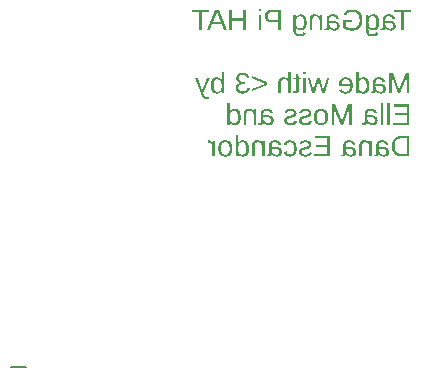
<source format=gbr>
G04 EAGLE Gerber RS-274X export*
G75*
%MOMM*%
%FSLAX34Y34*%
%LPD*%
%INSilkscreen Bottom*%
%IPPOS*%
%AMOC8*
5,1,8,0,0,1.08239X$1,22.5*%
G01*
G04 Define Apertures*
%ADD10C,0.203200*%
G36*
X523719Y245110D02*
X517254Y245110D01*
X516637Y245127D01*
X516039Y245177D01*
X515460Y245260D01*
X514898Y245377D01*
X514355Y245527D01*
X513831Y245710D01*
X513325Y245927D01*
X512837Y246177D01*
X512372Y246459D01*
X511935Y246770D01*
X511524Y247110D01*
X511141Y247479D01*
X510785Y247878D01*
X510456Y248306D01*
X510155Y248764D01*
X509881Y249250D01*
X509636Y249762D01*
X509424Y250295D01*
X509245Y250849D01*
X509099Y251423D01*
X508984Y252019D01*
X508903Y252635D01*
X508854Y253273D01*
X508838Y253931D01*
X508847Y254431D01*
X508875Y254917D01*
X508922Y255388D01*
X508987Y255845D01*
X509071Y256287D01*
X509173Y256715D01*
X509295Y257128D01*
X509434Y257527D01*
X509593Y257911D01*
X509770Y258281D01*
X509966Y258636D01*
X510180Y258976D01*
X510413Y259302D01*
X510665Y259614D01*
X510935Y259911D01*
X511224Y260194D01*
X511530Y260460D01*
X511852Y260710D01*
X512189Y260942D01*
X512542Y261157D01*
X512911Y261355D01*
X513296Y261536D01*
X513696Y261699D01*
X514112Y261845D01*
X514543Y261974D01*
X514990Y262086D01*
X515453Y262181D01*
X515931Y262258D01*
X516426Y262318D01*
X516935Y262361D01*
X517461Y262387D01*
X518002Y262396D01*
X523719Y262396D01*
X523719Y245110D01*
G37*
%LPC*%
G36*
X521376Y246987D02*
X521376Y260519D01*
X518051Y260519D01*
X517640Y260512D01*
X517242Y260492D01*
X516855Y260459D01*
X516481Y260413D01*
X516120Y260354D01*
X515770Y260281D01*
X515433Y260196D01*
X515108Y260097D01*
X514796Y259985D01*
X514496Y259860D01*
X514208Y259721D01*
X513933Y259570D01*
X513669Y259405D01*
X513419Y259227D01*
X513180Y259036D01*
X512954Y258832D01*
X512741Y258615D01*
X512541Y258386D01*
X512355Y258146D01*
X512184Y257893D01*
X512025Y257628D01*
X511881Y257352D01*
X511750Y257063D01*
X511633Y256763D01*
X511530Y256451D01*
X511441Y256127D01*
X511365Y255790D01*
X511303Y255442D01*
X511255Y255082D01*
X511221Y254710D01*
X511200Y254327D01*
X511193Y253931D01*
X511205Y253406D01*
X511242Y252899D01*
X511302Y252409D01*
X511387Y251937D01*
X511495Y251483D01*
X511628Y251046D01*
X511785Y250627D01*
X511966Y250226D01*
X512170Y249845D01*
X512394Y249487D01*
X512640Y249152D01*
X512906Y248839D01*
X513193Y248550D01*
X513502Y248284D01*
X513831Y248041D01*
X514181Y247821D01*
X514548Y247626D01*
X514930Y247456D01*
X515326Y247313D01*
X515737Y247196D01*
X516162Y247104D01*
X516602Y247039D01*
X517055Y247000D01*
X517524Y246987D01*
X521376Y246987D01*
G37*
%LPD*%
G36*
X431088Y346576D02*
X430415Y346598D01*
X429786Y346664D01*
X429200Y346773D01*
X428657Y346926D01*
X428158Y347122D01*
X427702Y347363D01*
X427289Y347647D01*
X426920Y347975D01*
X426595Y348346D01*
X426312Y348761D01*
X426074Y349220D01*
X425878Y349723D01*
X425726Y350269D01*
X425618Y350859D01*
X425553Y351493D01*
X425531Y352170D01*
X425531Y362316D01*
X425513Y364046D01*
X425490Y364644D01*
X425457Y365064D01*
X427555Y365064D01*
X427580Y364970D01*
X427604Y364773D01*
X427653Y364070D01*
X427690Y363297D01*
X427702Y362794D01*
X427727Y362794D01*
X427875Y363083D01*
X428039Y363355D01*
X428217Y363610D01*
X428409Y363848D01*
X428617Y364069D01*
X428839Y364272D01*
X429076Y364459D01*
X429328Y364629D01*
X429593Y364779D01*
X429870Y364910D01*
X430158Y365021D01*
X430458Y365112D01*
X430770Y365182D01*
X431093Y365232D01*
X431429Y365263D01*
X431775Y365273D01*
X432085Y365266D01*
X432384Y365246D01*
X432673Y365214D01*
X432953Y365168D01*
X433222Y365109D01*
X433481Y365037D01*
X433731Y364952D01*
X433970Y364854D01*
X434199Y364743D01*
X434418Y364618D01*
X434628Y364481D01*
X434827Y364331D01*
X435195Y363990D01*
X435523Y363598D01*
X435812Y363151D01*
X436063Y362645D01*
X436275Y362082D01*
X436448Y361462D01*
X436583Y360784D01*
X436679Y360048D01*
X436737Y359254D01*
X436756Y358402D01*
X436738Y357563D01*
X436685Y356782D01*
X436595Y356059D01*
X436469Y355394D01*
X436308Y354786D01*
X436111Y354237D01*
X435878Y353745D01*
X435609Y353311D01*
X435302Y352932D01*
X434955Y352603D01*
X434567Y352324D01*
X434358Y352204D01*
X434139Y352097D01*
X433909Y352002D01*
X433670Y351920D01*
X433420Y351850D01*
X433161Y351793D01*
X432891Y351749D01*
X432611Y351717D01*
X432321Y351698D01*
X432021Y351692D01*
X431662Y351702D01*
X431314Y351732D01*
X430978Y351782D01*
X430653Y351853D01*
X430340Y351943D01*
X430038Y352054D01*
X429748Y352185D01*
X429469Y352336D01*
X429451Y352347D01*
X429203Y352507D01*
X428952Y352697D01*
X428716Y352908D01*
X428494Y353138D01*
X428286Y353388D01*
X428093Y353657D01*
X427915Y353947D01*
X427751Y354256D01*
X427727Y354256D01*
X427727Y352121D01*
X427740Y351653D01*
X427778Y351216D01*
X427843Y350808D01*
X427933Y350431D01*
X428049Y350083D01*
X428191Y349766D01*
X428359Y349480D01*
X428552Y349223D01*
X428771Y348997D01*
X429016Y348800D01*
X429287Y348634D01*
X429583Y348498D01*
X429906Y348393D01*
X430254Y348317D01*
X430607Y348274D01*
X430627Y348272D01*
X431027Y348257D01*
X431326Y348265D01*
X431611Y348288D01*
X431881Y348327D01*
X432136Y348381D01*
X432376Y348451D01*
X432602Y348536D01*
X432812Y348637D01*
X433008Y348754D01*
X433189Y348885D01*
X433352Y349029D01*
X433499Y349186D01*
X433629Y349356D01*
X433743Y349540D01*
X433840Y349737D01*
X433920Y349947D01*
X433984Y350171D01*
X436204Y349852D01*
X436098Y349470D01*
X435963Y349111D01*
X435799Y348775D01*
X435606Y348461D01*
X435385Y348169D01*
X435135Y347900D01*
X434856Y347653D01*
X434548Y347429D01*
X434212Y347229D01*
X433849Y347056D01*
X433458Y346909D01*
X433039Y346789D01*
X432593Y346696D01*
X432119Y346629D01*
X431617Y346589D01*
X431088Y346576D01*
G37*
%LPC*%
G36*
X431272Y353324D02*
X431695Y353342D01*
X432085Y353398D01*
X432443Y353491D01*
X432769Y353621D01*
X433063Y353788D01*
X433324Y353993D01*
X433553Y354235D01*
X433751Y354514D01*
X433920Y354835D01*
X434067Y355204D01*
X434192Y355622D01*
X434293Y356087D01*
X434373Y356600D01*
X434429Y357161D01*
X434463Y357770D01*
X434474Y358427D01*
X434462Y359090D01*
X434426Y359706D01*
X434366Y360274D01*
X434281Y360795D01*
X434172Y361268D01*
X434040Y361693D01*
X433883Y362071D01*
X433701Y362402D01*
X433494Y362689D01*
X433258Y362939D01*
X432992Y363149D01*
X432699Y363322D01*
X432376Y363456D01*
X432025Y363552D01*
X431644Y363610D01*
X431236Y363629D01*
X430984Y363619D01*
X430740Y363590D01*
X430502Y363542D01*
X430271Y363474D01*
X430047Y363387D01*
X429829Y363280D01*
X429618Y363154D01*
X429414Y363009D01*
X429219Y362846D01*
X429035Y362665D01*
X428862Y362467D01*
X428701Y362252D01*
X428551Y362019D01*
X428412Y361769D01*
X428285Y361502D01*
X428169Y361218D01*
X428065Y360918D01*
X427975Y360604D01*
X427899Y360276D01*
X427837Y359934D01*
X427789Y359579D01*
X427755Y359209D01*
X427734Y358825D01*
X427727Y358427D01*
X427734Y358038D01*
X427755Y357663D01*
X427789Y357301D01*
X427837Y356953D01*
X427899Y356619D01*
X427975Y356298D01*
X428065Y355991D01*
X428169Y355697D01*
X428285Y355419D01*
X428412Y355157D01*
X428552Y354912D01*
X428702Y354684D01*
X428840Y354505D01*
X428864Y354472D01*
X429038Y354277D01*
X429223Y354099D01*
X429420Y353937D01*
X429626Y353793D01*
X429839Y353669D01*
X430060Y353563D01*
X430288Y353477D01*
X430523Y353410D01*
X430766Y353362D01*
X431015Y353333D01*
X431272Y353324D01*
G37*
%LPD*%
G36*
X492526Y346576D02*
X491853Y346598D01*
X491223Y346664D01*
X490637Y346773D01*
X490095Y346926D01*
X489595Y347122D01*
X489139Y347363D01*
X488727Y347647D01*
X488358Y347975D01*
X488032Y348346D01*
X487750Y348761D01*
X487511Y349220D01*
X487316Y349723D01*
X487164Y350269D01*
X487055Y350859D01*
X486990Y351493D01*
X486968Y352170D01*
X486968Y362316D01*
X486950Y364046D01*
X486927Y364644D01*
X486895Y365064D01*
X488993Y365064D01*
X489017Y364970D01*
X489042Y364773D01*
X489091Y364070D01*
X489128Y363297D01*
X489140Y362794D01*
X489164Y362794D01*
X489313Y363083D01*
X489476Y363355D01*
X489654Y363610D01*
X489847Y363848D01*
X490054Y364069D01*
X490277Y364272D01*
X490514Y364459D01*
X490765Y364629D01*
X491030Y364779D01*
X491307Y364910D01*
X491596Y365021D01*
X491896Y365112D01*
X492207Y365182D01*
X492531Y365232D01*
X492866Y365263D01*
X493213Y365273D01*
X493522Y365266D01*
X493822Y365246D01*
X494111Y365214D01*
X494390Y365168D01*
X494660Y365109D01*
X494919Y365037D01*
X495168Y364952D01*
X495407Y364854D01*
X495637Y364743D01*
X495856Y364618D01*
X496065Y364481D01*
X496264Y364331D01*
X496633Y363990D01*
X496961Y363598D01*
X497250Y363151D01*
X497500Y362645D01*
X497712Y362082D01*
X497885Y361462D01*
X498020Y360784D01*
X498117Y360048D01*
X498174Y359254D01*
X498194Y358402D01*
X498176Y357563D01*
X498122Y356782D01*
X498032Y356059D01*
X497907Y355394D01*
X497746Y354786D01*
X497549Y354237D01*
X497316Y353745D01*
X497047Y353311D01*
X496740Y352932D01*
X496392Y352603D01*
X496004Y352324D01*
X495795Y352204D01*
X495576Y352097D01*
X495347Y352002D01*
X495107Y351920D01*
X494858Y351850D01*
X494598Y351793D01*
X494328Y351749D01*
X494048Y351717D01*
X493758Y351698D01*
X493458Y351692D01*
X493099Y351702D01*
X492751Y351732D01*
X492415Y351782D01*
X492090Y351853D01*
X491777Y351943D01*
X491475Y352054D01*
X491185Y352185D01*
X490906Y352336D01*
X490889Y352347D01*
X490641Y352507D01*
X490390Y352697D01*
X490153Y352908D01*
X489931Y353138D01*
X489724Y353388D01*
X489531Y353657D01*
X489353Y353947D01*
X489189Y354256D01*
X489164Y354256D01*
X489164Y352121D01*
X489177Y351653D01*
X489216Y351216D01*
X489280Y350808D01*
X489371Y350431D01*
X489487Y350083D01*
X489629Y349766D01*
X489796Y349480D01*
X489989Y349223D01*
X490209Y348997D01*
X490454Y348800D01*
X490724Y348634D01*
X491021Y348498D01*
X491343Y348393D01*
X491691Y348317D01*
X492044Y348274D01*
X492065Y348272D01*
X492465Y348257D01*
X492764Y348265D01*
X493048Y348288D01*
X493318Y348327D01*
X493573Y348381D01*
X493814Y348451D01*
X494039Y348536D01*
X494250Y348637D01*
X494446Y348754D01*
X494626Y348885D01*
X494790Y349029D01*
X494937Y349186D01*
X495067Y349356D01*
X495180Y349540D01*
X495277Y349737D01*
X495358Y349947D01*
X495421Y350171D01*
X497642Y349852D01*
X497535Y349470D01*
X497400Y349111D01*
X497236Y348775D01*
X497044Y348461D01*
X496822Y348169D01*
X496572Y347900D01*
X496293Y347653D01*
X495985Y347429D01*
X495650Y347229D01*
X495286Y347056D01*
X494895Y346909D01*
X494477Y346789D01*
X494030Y346696D01*
X493556Y346629D01*
X493055Y346589D01*
X492526Y346576D01*
G37*
%LPC*%
G36*
X492710Y353324D02*
X493132Y353342D01*
X493523Y353398D01*
X493881Y353491D01*
X494207Y353621D01*
X494500Y353788D01*
X494762Y353993D01*
X494991Y354235D01*
X495188Y354514D01*
X495358Y354835D01*
X495505Y355204D01*
X495629Y355622D01*
X495731Y356087D01*
X495810Y356600D01*
X495867Y357161D01*
X495901Y357770D01*
X495912Y358427D01*
X495900Y359090D01*
X495864Y359706D01*
X495803Y360274D01*
X495719Y360795D01*
X495610Y361268D01*
X495477Y361693D01*
X495320Y362071D01*
X495139Y362402D01*
X494931Y362689D01*
X494695Y362939D01*
X494430Y363149D01*
X494136Y363322D01*
X493813Y363456D01*
X493462Y363552D01*
X493082Y363610D01*
X492673Y363629D01*
X492422Y363619D01*
X492177Y363590D01*
X491940Y363542D01*
X491709Y363474D01*
X491484Y363387D01*
X491266Y363280D01*
X491056Y363154D01*
X490851Y363009D01*
X490656Y362846D01*
X490472Y362665D01*
X490300Y362467D01*
X490138Y362252D01*
X489988Y362019D01*
X489850Y361769D01*
X489722Y361502D01*
X489606Y361218D01*
X489503Y360918D01*
X489413Y360604D01*
X489337Y360276D01*
X489275Y359934D01*
X489227Y359579D01*
X489192Y359209D01*
X489171Y358825D01*
X489164Y358427D01*
X489171Y358038D01*
X489192Y357663D01*
X489227Y357301D01*
X489275Y356953D01*
X489337Y356619D01*
X489413Y356298D01*
X489503Y355991D01*
X489606Y355697D01*
X489722Y355419D01*
X489850Y355157D01*
X489989Y354912D01*
X490140Y354684D01*
X490277Y354505D01*
X490302Y354472D01*
X490476Y354277D01*
X490661Y354099D01*
X490857Y353937D01*
X491063Y353793D01*
X491277Y353669D01*
X491497Y353563D01*
X491725Y353477D01*
X491961Y353410D01*
X492203Y353362D01*
X492453Y353333D01*
X492710Y353324D01*
G37*
%LPD*%
G36*
X360651Y298205D02*
X360350Y298211D01*
X360059Y298232D01*
X359778Y298266D01*
X359506Y298313D01*
X359244Y298374D01*
X358991Y298449D01*
X358748Y298537D01*
X358515Y298639D01*
X358290Y298754D01*
X358076Y298883D01*
X357871Y299025D01*
X357675Y299181D01*
X357313Y299534D01*
X356989Y299941D01*
X356703Y300402D01*
X356455Y300917D01*
X356245Y301487D01*
X356073Y302110D01*
X355940Y302789D01*
X355844Y303521D01*
X355787Y304308D01*
X355768Y305148D01*
X355787Y305980D01*
X355842Y306757D01*
X355934Y307480D01*
X356064Y308148D01*
X356230Y308762D01*
X356434Y309321D01*
X356674Y309826D01*
X356952Y310276D01*
X357269Y310673D01*
X357443Y310852D01*
X357627Y311017D01*
X357822Y311169D01*
X358027Y311308D01*
X358243Y311434D01*
X358469Y311546D01*
X358705Y311645D01*
X358952Y311731D01*
X359209Y311804D01*
X359476Y311864D01*
X359754Y311910D01*
X360043Y311943D01*
X360342Y311963D01*
X360651Y311969D01*
X361017Y311961D01*
X361369Y311935D01*
X361705Y311892D01*
X362026Y311831D01*
X362332Y311754D01*
X362623Y311659D01*
X362899Y311547D01*
X363160Y311417D01*
X363406Y311268D01*
X363641Y311096D01*
X363863Y310902D01*
X364072Y310684D01*
X364269Y310445D01*
X364453Y310182D01*
X364625Y309897D01*
X364785Y309589D01*
X364834Y309589D01*
X364797Y310598D01*
X364785Y311466D01*
X364785Y316656D01*
X366993Y316656D01*
X366993Y301186D01*
X367012Y299465D01*
X367035Y298869D01*
X367067Y298450D01*
X364932Y298450D01*
X364902Y298737D01*
X364859Y299352D01*
X364822Y300031D01*
X364810Y300511D01*
X364785Y300511D01*
X364623Y300218D01*
X364449Y299946D01*
X364263Y299694D01*
X364066Y299464D01*
X363857Y299254D01*
X363636Y299065D01*
X363404Y298897D01*
X363160Y298751D01*
X362902Y298623D01*
X362628Y298512D01*
X362338Y298418D01*
X362032Y298341D01*
X361711Y298281D01*
X361373Y298239D01*
X361020Y298213D01*
X360651Y298205D01*
G37*
%LPC*%
G36*
X361240Y299836D02*
X361693Y299856D01*
X362113Y299914D01*
X362501Y300011D01*
X362856Y300148D01*
X363178Y300323D01*
X363469Y300537D01*
X363726Y300790D01*
X363951Y301082D01*
X364146Y301414D01*
X364316Y301790D01*
X364459Y302208D01*
X364576Y302669D01*
X364668Y303172D01*
X364733Y303719D01*
X364772Y304308D01*
X364785Y304940D01*
X364772Y305610D01*
X364732Y306233D01*
X364665Y306809D01*
X364572Y307338D01*
X364452Y307821D01*
X364305Y308257D01*
X364132Y308646D01*
X363932Y308988D01*
X363703Y309287D01*
X363443Y309546D01*
X363151Y309766D01*
X362827Y309945D01*
X362471Y310085D01*
X362084Y310184D01*
X361665Y310244D01*
X361215Y310264D01*
X360815Y310245D01*
X360444Y310189D01*
X360102Y310095D01*
X359789Y309964D01*
X359504Y309795D01*
X359248Y309588D01*
X359021Y309344D01*
X358823Y309062D01*
X358650Y308737D01*
X358501Y308362D01*
X358374Y307938D01*
X358271Y307464D01*
X358190Y306941D01*
X358133Y306368D01*
X358098Y305746D01*
X358087Y305075D01*
X358098Y304406D01*
X358133Y303785D01*
X358191Y303212D01*
X358272Y302687D01*
X358377Y302210D01*
X358504Y301782D01*
X358655Y301402D01*
X358829Y301069D01*
X359029Y300780D01*
X359258Y300530D01*
X359516Y300318D01*
X359803Y300145D01*
X360118Y300010D01*
X360463Y299913D01*
X360837Y299856D01*
X361240Y299836D01*
G37*
%LPD*%
G36*
X376030Y271535D02*
X375663Y271543D01*
X375312Y271569D01*
X374975Y271612D01*
X374654Y271673D01*
X374348Y271750D01*
X374057Y271845D01*
X373782Y271957D01*
X373521Y272087D01*
X373274Y272236D01*
X373040Y272408D01*
X372818Y272603D01*
X372609Y272820D01*
X372412Y273060D01*
X372227Y273322D01*
X372055Y273607D01*
X371895Y273915D01*
X371846Y273915D01*
X371836Y273350D01*
X371803Y272688D01*
X371762Y272105D01*
X371724Y271780D01*
X369614Y271780D01*
X369646Y272199D01*
X369669Y272795D01*
X369687Y274516D01*
X369687Y289986D01*
X371895Y289986D01*
X371895Y284477D01*
X371871Y282993D01*
X371895Y282993D01*
X372055Y283283D01*
X372227Y283554D01*
X372411Y283803D01*
X372607Y284033D01*
X372816Y284242D01*
X373036Y284431D01*
X373269Y284599D01*
X373515Y284747D01*
X373774Y284877D01*
X374049Y284989D01*
X374340Y285084D01*
X374647Y285161D01*
X374969Y285222D01*
X375307Y285265D01*
X375660Y285291D01*
X376030Y285299D01*
X376330Y285293D01*
X376621Y285272D01*
X376902Y285238D01*
X377174Y285191D01*
X377436Y285130D01*
X377689Y285055D01*
X377932Y284967D01*
X378166Y284865D01*
X378390Y284750D01*
X378605Y284621D01*
X378810Y284479D01*
X379005Y284323D01*
X379368Y283970D01*
X379692Y283563D01*
X379978Y283102D01*
X380226Y282587D01*
X380436Y282017D01*
X380607Y281394D01*
X380741Y280715D01*
X380836Y279983D01*
X380893Y279197D01*
X380912Y278356D01*
X380894Y277524D01*
X380838Y276747D01*
X380746Y276024D01*
X380617Y275356D01*
X380450Y274742D01*
X380247Y274183D01*
X380006Y273678D01*
X379729Y273228D01*
X379412Y272831D01*
X379238Y272652D01*
X379053Y272487D01*
X378859Y272335D01*
X378654Y272196D01*
X378438Y272070D01*
X378212Y271958D01*
X377976Y271859D01*
X377729Y271773D01*
X377472Y271700D01*
X377204Y271640D01*
X376926Y271594D01*
X376638Y271561D01*
X376339Y271541D01*
X376030Y271535D01*
G37*
%LPC*%
G36*
X375465Y273240D02*
X375865Y273259D01*
X376236Y273315D01*
X376578Y273409D01*
X376892Y273540D01*
X377176Y273710D01*
X377432Y273916D01*
X377659Y274160D01*
X377858Y274442D01*
X378030Y274767D01*
X378180Y275142D01*
X378306Y275566D01*
X378410Y276040D01*
X378490Y276563D01*
X378548Y277136D01*
X378582Y277758D01*
X378594Y278429D01*
X378582Y279098D01*
X378547Y279719D01*
X378489Y280292D01*
X378408Y280817D01*
X378304Y281294D01*
X378176Y281722D01*
X378026Y282103D01*
X377852Y282435D01*
X377652Y282724D01*
X377423Y282974D01*
X377165Y283186D01*
X376878Y283360D01*
X376562Y283494D01*
X376217Y283591D01*
X375844Y283648D01*
X375441Y283668D01*
X374994Y283649D01*
X374578Y283591D01*
X374193Y283495D01*
X373840Y283361D01*
X373518Y283189D01*
X373228Y282978D01*
X372969Y282728D01*
X372742Y282441D01*
X372544Y282112D01*
X372372Y281739D01*
X372226Y281322D01*
X372107Y280861D01*
X372014Y280356D01*
X371948Y279807D01*
X371909Y279214D01*
X371895Y278577D01*
X371909Y277915D01*
X371948Y277298D01*
X372014Y276727D01*
X372107Y276200D01*
X372226Y275717D01*
X372372Y275280D01*
X372544Y274888D01*
X372742Y274540D01*
X372769Y274504D01*
X372970Y274236D01*
X373230Y273971D01*
X373522Y273748D01*
X373846Y273565D01*
X374203Y273423D01*
X374591Y273321D01*
X375012Y273260D01*
X375465Y273240D01*
G37*
%LPD*%
G36*
X382999Y244865D02*
X382632Y244873D01*
X382280Y244899D01*
X381944Y244942D01*
X381623Y245003D01*
X381317Y245080D01*
X381026Y245175D01*
X380750Y245287D01*
X380490Y245417D01*
X380243Y245566D01*
X380009Y245738D01*
X379787Y245933D01*
X379577Y246150D01*
X379380Y246390D01*
X379196Y246652D01*
X379024Y246937D01*
X378864Y247245D01*
X378815Y247245D01*
X378804Y246680D01*
X378772Y246018D01*
X378731Y245435D01*
X378692Y245110D01*
X376582Y245110D01*
X376615Y245529D01*
X376638Y246125D01*
X376656Y247846D01*
X376656Y263316D01*
X378864Y263316D01*
X378864Y257807D01*
X378840Y256323D01*
X378864Y256323D01*
X379024Y256613D01*
X379195Y256884D01*
X379379Y257133D01*
X379576Y257363D01*
X379784Y257572D01*
X380005Y257761D01*
X380238Y257929D01*
X380484Y258077D01*
X380743Y258207D01*
X381018Y258319D01*
X381309Y258414D01*
X381615Y258491D01*
X381938Y258552D01*
X382275Y258595D01*
X382629Y258621D01*
X382999Y258629D01*
X383299Y258623D01*
X383590Y258602D01*
X383871Y258568D01*
X384143Y258521D01*
X384405Y258460D01*
X384658Y258385D01*
X384901Y258297D01*
X385135Y258195D01*
X385359Y258080D01*
X385573Y257951D01*
X385778Y257809D01*
X385974Y257653D01*
X386336Y257300D01*
X386661Y256893D01*
X386947Y256432D01*
X387195Y255917D01*
X387404Y255347D01*
X387576Y254724D01*
X387710Y254045D01*
X387805Y253313D01*
X387862Y252527D01*
X387881Y251686D01*
X387863Y250854D01*
X387807Y250077D01*
X387715Y249354D01*
X387585Y248686D01*
X387419Y248072D01*
X387215Y247513D01*
X386975Y247008D01*
X386697Y246558D01*
X386381Y246161D01*
X386207Y245982D01*
X386022Y245817D01*
X385827Y245665D01*
X385622Y245526D01*
X385407Y245400D01*
X385181Y245288D01*
X384944Y245189D01*
X384698Y245103D01*
X384440Y245030D01*
X384173Y244970D01*
X383895Y244924D01*
X383606Y244891D01*
X383308Y244871D01*
X382999Y244865D01*
G37*
%LPC*%
G36*
X382434Y246570D02*
X382834Y246589D01*
X383205Y246645D01*
X383547Y246739D01*
X383860Y246870D01*
X384145Y247040D01*
X384401Y247246D01*
X384628Y247490D01*
X384826Y247772D01*
X384999Y248097D01*
X385149Y248472D01*
X385275Y248896D01*
X385379Y249370D01*
X385459Y249893D01*
X385517Y250466D01*
X385551Y251088D01*
X385563Y251759D01*
X385551Y252428D01*
X385516Y253049D01*
X385458Y253622D01*
X385377Y254147D01*
X385273Y254624D01*
X385145Y255052D01*
X384994Y255433D01*
X384820Y255765D01*
X384620Y256054D01*
X384391Y256304D01*
X384133Y256516D01*
X383847Y256690D01*
X383531Y256824D01*
X383186Y256921D01*
X382812Y256978D01*
X382410Y256998D01*
X381962Y256979D01*
X381546Y256921D01*
X381162Y256825D01*
X380809Y256691D01*
X380487Y256519D01*
X380197Y256308D01*
X379938Y256058D01*
X379711Y255771D01*
X379512Y255442D01*
X379340Y255069D01*
X379195Y254652D01*
X379076Y254191D01*
X378983Y253686D01*
X378917Y253137D01*
X378877Y252544D01*
X378864Y251907D01*
X378877Y251245D01*
X378917Y250628D01*
X378983Y250057D01*
X379076Y249530D01*
X379195Y249047D01*
X379340Y248610D01*
X379512Y248218D01*
X379711Y247870D01*
X379738Y247834D01*
X379938Y247566D01*
X380198Y247301D01*
X380490Y247078D01*
X380815Y246895D01*
X381171Y246753D01*
X381560Y246651D01*
X381981Y246590D01*
X382434Y246570D01*
G37*
%LPD*%
G36*
X484967Y298205D02*
X484601Y298213D01*
X484249Y298239D01*
X483913Y298282D01*
X483592Y298343D01*
X483286Y298420D01*
X482995Y298515D01*
X482719Y298627D01*
X482458Y298757D01*
X482212Y298906D01*
X481977Y299078D01*
X481755Y299273D01*
X481546Y299490D01*
X481349Y299730D01*
X481165Y299992D01*
X480993Y300277D01*
X480833Y300585D01*
X480784Y300585D01*
X480773Y300020D01*
X480741Y299358D01*
X480700Y298775D01*
X480661Y298450D01*
X478551Y298450D01*
X478583Y298869D01*
X478606Y299465D01*
X478625Y301186D01*
X478625Y316656D01*
X480833Y316656D01*
X480833Y311147D01*
X480808Y309663D01*
X480833Y309663D01*
X480992Y309953D01*
X481164Y310224D01*
X481348Y310473D01*
X481544Y310703D01*
X481753Y310912D01*
X481974Y311101D01*
X482207Y311269D01*
X482452Y311417D01*
X482712Y311547D01*
X482987Y311659D01*
X483278Y311754D01*
X483584Y311831D01*
X483906Y311892D01*
X484244Y311935D01*
X484598Y311961D01*
X484967Y311969D01*
X485268Y311963D01*
X485559Y311942D01*
X485840Y311908D01*
X486112Y311861D01*
X486374Y311800D01*
X486627Y311725D01*
X486870Y311637D01*
X487103Y311535D01*
X487328Y311420D01*
X487542Y311291D01*
X487747Y311149D01*
X487943Y310993D01*
X488305Y310640D01*
X488629Y310233D01*
X488915Y309772D01*
X489163Y309257D01*
X489373Y308687D01*
X489545Y308064D01*
X489678Y307385D01*
X489774Y306653D01*
X489831Y305867D01*
X489850Y305026D01*
X489831Y304194D01*
X489776Y303417D01*
X489683Y302694D01*
X489554Y302026D01*
X489388Y301412D01*
X489184Y300853D01*
X488944Y300348D01*
X488666Y299898D01*
X488349Y299501D01*
X488175Y299322D01*
X487991Y299157D01*
X487796Y299005D01*
X487591Y298866D01*
X487375Y298740D01*
X487149Y298628D01*
X486913Y298529D01*
X486666Y298443D01*
X486409Y298370D01*
X486142Y298310D01*
X485864Y298264D01*
X485575Y298231D01*
X485276Y298211D01*
X484967Y298205D01*
G37*
%LPC*%
G36*
X484403Y299910D02*
X484803Y299929D01*
X485174Y299985D01*
X485516Y300079D01*
X485829Y300210D01*
X486114Y300380D01*
X486370Y300586D01*
X486597Y300830D01*
X486795Y301112D01*
X486968Y301437D01*
X487117Y301812D01*
X487244Y302236D01*
X487347Y302710D01*
X487428Y303233D01*
X487485Y303806D01*
X487520Y304428D01*
X487531Y305099D01*
X487520Y305768D01*
X487485Y306389D01*
X487427Y306962D01*
X487346Y307487D01*
X487241Y307964D01*
X487114Y308392D01*
X486963Y308773D01*
X486789Y309105D01*
X486589Y309394D01*
X486360Y309644D01*
X486102Y309856D01*
X485815Y310030D01*
X485500Y310164D01*
X485155Y310261D01*
X484781Y310318D01*
X484378Y310338D01*
X483931Y310319D01*
X483515Y310261D01*
X483131Y310165D01*
X482777Y310031D01*
X482456Y309859D01*
X482166Y309648D01*
X481907Y309398D01*
X481679Y309111D01*
X481481Y308782D01*
X481309Y308409D01*
X481164Y307992D01*
X481045Y307531D01*
X480952Y307026D01*
X480886Y306477D01*
X480846Y305884D01*
X480833Y305247D01*
X480846Y304585D01*
X480886Y303968D01*
X480952Y303397D01*
X481045Y302870D01*
X481164Y302387D01*
X481309Y301950D01*
X481481Y301558D01*
X481679Y301210D01*
X481707Y301174D01*
X481907Y300906D01*
X482167Y300641D01*
X482459Y300418D01*
X482784Y300235D01*
X483140Y300093D01*
X483529Y299991D01*
X483950Y299930D01*
X484403Y299910D01*
G37*
%LPD*%
G36*
X414781Y351790D02*
X412438Y351790D01*
X412438Y358525D01*
X407359Y358525D01*
X406690Y358548D01*
X406057Y358616D01*
X405460Y358729D01*
X404898Y358887D01*
X404372Y359091D01*
X403882Y359339D01*
X403428Y359634D01*
X403010Y359973D01*
X402635Y360350D01*
X402310Y360759D01*
X402035Y361200D01*
X401810Y361672D01*
X401634Y362175D01*
X401509Y362710D01*
X401466Y362989D01*
X401434Y363276D01*
X401416Y363571D01*
X401409Y363874D01*
X401416Y364179D01*
X401434Y364476D01*
X401465Y364764D01*
X401509Y365043D01*
X401565Y365314D01*
X401634Y365576D01*
X401808Y366073D01*
X402032Y366536D01*
X402306Y366963D01*
X402630Y367356D01*
X403004Y367714D01*
X403423Y368033D01*
X403884Y368310D01*
X404385Y368544D01*
X404927Y368735D01*
X405510Y368884D01*
X406135Y368991D01*
X406800Y369054D01*
X407507Y369076D01*
X414781Y369076D01*
X414781Y351790D01*
G37*
%LPC*%
G36*
X412438Y360378D02*
X412438Y367199D01*
X407789Y367199D01*
X407301Y367186D01*
X406846Y367146D01*
X406421Y367081D01*
X406028Y366989D01*
X405667Y366872D01*
X405337Y366728D01*
X405038Y366558D01*
X404771Y366361D01*
X404535Y366139D01*
X404331Y365890D01*
X404158Y365616D01*
X404016Y365315D01*
X403906Y364988D01*
X403828Y364634D01*
X403780Y364255D01*
X403765Y363850D01*
X403780Y363429D01*
X403826Y363036D01*
X403903Y362670D01*
X404010Y362331D01*
X404148Y362019D01*
X404317Y361734D01*
X404516Y361476D01*
X404746Y361246D01*
X405007Y361042D01*
X405298Y360866D01*
X405620Y360717D01*
X405973Y360595D01*
X406356Y360500D01*
X406770Y360432D01*
X407215Y360391D01*
X407691Y360378D01*
X412438Y360378D01*
G37*
%LPD*%
G36*
X368005Y244865D02*
X367645Y244871D01*
X367297Y244891D01*
X366959Y244925D01*
X366632Y244971D01*
X366315Y245031D01*
X366010Y245104D01*
X365715Y245191D01*
X365432Y245291D01*
X365159Y245404D01*
X364897Y245531D01*
X364645Y245671D01*
X364405Y245824D01*
X364175Y245990D01*
X363957Y246170D01*
X363749Y246363D01*
X363552Y246570D01*
X363366Y246790D01*
X363192Y247024D01*
X363030Y247272D01*
X362881Y247534D01*
X362743Y247809D01*
X362617Y248099D01*
X362503Y248402D01*
X362401Y248720D01*
X362312Y249051D01*
X362234Y249396D01*
X362168Y249755D01*
X362114Y250128D01*
X362072Y250515D01*
X362042Y250916D01*
X362024Y251331D01*
X362018Y251759D01*
X362040Y252611D01*
X362108Y253404D01*
X362220Y254140D01*
X362293Y254487D01*
X362377Y254819D01*
X362472Y255136D01*
X362579Y255439D01*
X362696Y255728D01*
X362825Y256002D01*
X362966Y256262D01*
X363117Y256507D01*
X363280Y256738D01*
X363453Y256955D01*
X363639Y257158D01*
X363837Y257347D01*
X364048Y257524D01*
X364271Y257687D01*
X364507Y257838D01*
X364756Y257975D01*
X365017Y258100D01*
X365291Y258211D01*
X365577Y258309D01*
X365875Y258394D01*
X366187Y258466D01*
X366510Y258525D01*
X366847Y258571D01*
X367196Y258603D01*
X367557Y258623D01*
X367931Y258629D01*
X368297Y258623D01*
X368652Y258603D01*
X368995Y258569D01*
X369326Y258522D01*
X369645Y258462D01*
X369953Y258388D01*
X370250Y258301D01*
X370534Y258200D01*
X370807Y258086D01*
X371069Y257958D01*
X371319Y257818D01*
X371557Y257663D01*
X371784Y257496D01*
X371999Y257314D01*
X372202Y257120D01*
X372394Y256912D01*
X372574Y256690D01*
X372742Y256456D01*
X372899Y256207D01*
X373045Y255946D01*
X373178Y255671D01*
X373300Y255382D01*
X373411Y255080D01*
X373509Y254765D01*
X373597Y254436D01*
X373672Y254094D01*
X373736Y253738D01*
X373788Y253369D01*
X373829Y252987D01*
X373858Y252591D01*
X373881Y251759D01*
X373858Y250947D01*
X373788Y250183D01*
X373672Y249469D01*
X373597Y249130D01*
X373510Y248804D01*
X373412Y248490D01*
X373301Y248189D01*
X373180Y247899D01*
X373046Y247622D01*
X372901Y247358D01*
X372745Y247105D01*
X372577Y246865D01*
X372397Y246637D01*
X372206Y246423D01*
X372003Y246222D01*
X371790Y246035D01*
X371566Y245862D01*
X371330Y245703D01*
X371083Y245557D01*
X370826Y245426D01*
X370557Y245308D01*
X370277Y245204D01*
X369985Y245114D01*
X369683Y245038D01*
X369370Y244975D01*
X369045Y244927D01*
X368709Y244892D01*
X368363Y244872D01*
X368005Y244865D01*
G37*
%LPC*%
G36*
X368029Y246496D02*
X368471Y246517D01*
X368882Y246579D01*
X369263Y246682D01*
X369613Y246826D01*
X369933Y247011D01*
X370223Y247238D01*
X370482Y247506D01*
X370710Y247815D01*
X370910Y248165D01*
X371083Y248556D01*
X371230Y248988D01*
X371349Y249461D01*
X371443Y249974D01*
X371509Y250528D01*
X371549Y251123D01*
X371563Y251759D01*
X371549Y252412D01*
X371509Y253019D01*
X371441Y253583D01*
X371346Y254101D01*
X371225Y254575D01*
X371076Y255004D01*
X370900Y255388D01*
X370698Y255728D01*
X370465Y256026D01*
X370198Y256284D01*
X369898Y256502D01*
X369564Y256680D01*
X369197Y256819D01*
X368796Y256918D01*
X368362Y256978D01*
X367894Y256998D01*
X367430Y256978D01*
X367001Y256920D01*
X366606Y256823D01*
X366246Y256686D01*
X365920Y256511D01*
X365630Y256297D01*
X365374Y256044D01*
X365152Y255753D01*
X364961Y255418D01*
X364796Y255036D01*
X364655Y254607D01*
X364541Y254132D01*
X364451Y253609D01*
X364388Y253039D01*
X364349Y252423D01*
X364337Y251759D01*
X364350Y251104D01*
X364390Y250493D01*
X364457Y249928D01*
X364550Y249407D01*
X364670Y248931D01*
X364816Y248500D01*
X364989Y248114D01*
X365189Y247772D01*
X365420Y247473D01*
X365687Y247214D01*
X365988Y246995D01*
X366326Y246815D01*
X366698Y246676D01*
X367107Y246576D01*
X367550Y246516D01*
X368029Y246496D01*
G37*
%LPD*%
G36*
X449067Y271535D02*
X448708Y271541D01*
X448359Y271561D01*
X448021Y271595D01*
X447694Y271641D01*
X447378Y271701D01*
X447072Y271774D01*
X446778Y271861D01*
X446494Y271961D01*
X446221Y272074D01*
X445959Y272201D01*
X445708Y272341D01*
X445467Y272494D01*
X445238Y272660D01*
X445019Y272840D01*
X444811Y273033D01*
X444614Y273240D01*
X444428Y273460D01*
X444255Y273694D01*
X444093Y273942D01*
X443943Y274204D01*
X443805Y274479D01*
X443680Y274769D01*
X443566Y275072D01*
X443464Y275390D01*
X443374Y275721D01*
X443296Y276066D01*
X443230Y276425D01*
X443176Y276798D01*
X443134Y277185D01*
X443104Y277586D01*
X443086Y278001D01*
X443081Y278429D01*
X443103Y279281D01*
X443170Y280074D01*
X443282Y280810D01*
X443355Y281157D01*
X443439Y281489D01*
X443535Y281806D01*
X443641Y282109D01*
X443759Y282398D01*
X443888Y282672D01*
X444028Y282932D01*
X444179Y283177D01*
X444342Y283408D01*
X444516Y283625D01*
X444702Y283828D01*
X444900Y284017D01*
X445111Y284194D01*
X445334Y284357D01*
X445570Y284508D01*
X445818Y284645D01*
X446079Y284770D01*
X446353Y284881D01*
X446639Y284979D01*
X446938Y285064D01*
X447249Y285136D01*
X447573Y285195D01*
X447909Y285241D01*
X448258Y285273D01*
X448620Y285293D01*
X448994Y285299D01*
X449360Y285293D01*
X449714Y285273D01*
X450057Y285239D01*
X450388Y285192D01*
X450708Y285132D01*
X451016Y285058D01*
X451312Y284971D01*
X451597Y284870D01*
X451870Y284756D01*
X452131Y284628D01*
X452381Y284488D01*
X452620Y284333D01*
X452846Y284166D01*
X453061Y283984D01*
X453264Y283790D01*
X453456Y283582D01*
X453636Y283360D01*
X453805Y283126D01*
X453962Y282877D01*
X454107Y282616D01*
X454241Y282341D01*
X454363Y282052D01*
X454473Y281750D01*
X454572Y281435D01*
X454659Y281106D01*
X454735Y280764D01*
X454798Y280408D01*
X454851Y280039D01*
X454891Y279657D01*
X454920Y279261D01*
X454944Y278429D01*
X454921Y277617D01*
X454851Y276853D01*
X454735Y276139D01*
X454660Y275800D01*
X454573Y275474D01*
X454474Y275160D01*
X454364Y274859D01*
X454242Y274569D01*
X454109Y274292D01*
X453964Y274028D01*
X453807Y273775D01*
X453639Y273535D01*
X453459Y273307D01*
X453268Y273093D01*
X453066Y272892D01*
X452853Y272705D01*
X452628Y272532D01*
X452393Y272373D01*
X452146Y272227D01*
X451888Y272096D01*
X451619Y271978D01*
X451339Y271874D01*
X451048Y271784D01*
X450746Y271708D01*
X450432Y271645D01*
X450108Y271597D01*
X449772Y271562D01*
X449425Y271542D01*
X449067Y271535D01*
G37*
%LPC*%
G36*
X449092Y273166D02*
X449534Y273187D01*
X449945Y273249D01*
X450326Y273352D01*
X450676Y273496D01*
X450996Y273681D01*
X451285Y273908D01*
X451544Y274176D01*
X451772Y274485D01*
X451972Y274835D01*
X452145Y275226D01*
X452292Y275658D01*
X452412Y276131D01*
X452505Y276644D01*
X452572Y277198D01*
X452612Y277793D01*
X452625Y278429D01*
X452612Y279082D01*
X452571Y279689D01*
X452503Y280253D01*
X452409Y280771D01*
X452287Y281245D01*
X452139Y281674D01*
X451963Y282058D01*
X451760Y282398D01*
X451527Y282696D01*
X451261Y282954D01*
X450961Y283172D01*
X450627Y283350D01*
X450260Y283489D01*
X449859Y283588D01*
X449425Y283648D01*
X448957Y283668D01*
X448493Y283648D01*
X448063Y283590D01*
X447668Y283493D01*
X447308Y283356D01*
X446983Y283181D01*
X446692Y282967D01*
X446436Y282714D01*
X446215Y282423D01*
X446024Y282088D01*
X445858Y281706D01*
X445718Y281277D01*
X445603Y280802D01*
X445514Y280279D01*
X445450Y279709D01*
X445412Y279093D01*
X445399Y278429D01*
X445412Y277774D01*
X445452Y277163D01*
X445519Y276598D01*
X445612Y276077D01*
X445732Y275601D01*
X445879Y275170D01*
X446052Y274784D01*
X446252Y274442D01*
X446483Y274143D01*
X446749Y273884D01*
X447051Y273665D01*
X447388Y273485D01*
X447761Y273346D01*
X448169Y273246D01*
X448613Y273186D01*
X449092Y273166D01*
G37*
%LPD*%
G36*
X460178Y271780D02*
X458068Y271780D01*
X458068Y289066D01*
X461074Y289066D01*
X465588Y277080D01*
X465749Y276637D01*
X466012Y275822D01*
X466271Y274950D01*
X466423Y274332D01*
X466534Y274815D01*
X466723Y275528D01*
X466955Y276330D01*
X467195Y277080D01*
X471796Y289066D01*
X474875Y289066D01*
X474875Y271780D01*
X472790Y271780D01*
X472790Y283312D01*
X472839Y285631D01*
X472876Y286992D01*
X472471Y285643D01*
X471784Y283557D01*
X467257Y271780D01*
X465613Y271780D01*
X461147Y283557D01*
X460900Y284237D01*
X460638Y285036D01*
X460361Y285954D01*
X460068Y286992D01*
X460116Y286100D01*
X460150Y285189D01*
X460171Y284260D01*
X460178Y283312D01*
X460178Y271780D01*
G37*
G36*
X509022Y298450D02*
X506912Y298450D01*
X506912Y315736D01*
X509917Y315736D01*
X514432Y303750D01*
X514593Y303307D01*
X514855Y302492D01*
X515114Y301620D01*
X515266Y301002D01*
X515378Y301485D01*
X515567Y302198D01*
X515798Y303000D01*
X516039Y303750D01*
X520640Y315736D01*
X523719Y315736D01*
X523719Y298450D01*
X521633Y298450D01*
X521633Y309982D01*
X521682Y312301D01*
X521719Y313662D01*
X521314Y312313D01*
X520627Y310227D01*
X516101Y298450D01*
X514457Y298450D01*
X509991Y310227D01*
X509744Y310907D01*
X509482Y311706D01*
X509204Y312624D01*
X508911Y313662D01*
X508960Y312770D01*
X508994Y311859D01*
X509015Y310930D01*
X509022Y309982D01*
X509022Y298450D01*
G37*
G36*
X355057Y351790D02*
X352665Y351790D01*
X359608Y369076D01*
X362271Y369076D01*
X369325Y351790D01*
X366896Y351790D01*
X364908Y356844D01*
X357032Y356844D01*
X355057Y351790D01*
G37*
%LPC*%
G36*
X364197Y358672D02*
X361988Y364353D01*
X361461Y365803D01*
X361081Y366966D01*
X360970Y367309D01*
X360639Y366291D01*
X360295Y365279D01*
X359952Y364377D01*
X357731Y358672D01*
X364197Y358672D01*
G37*
%LPD*%
G36*
X404826Y271535D02*
X404432Y271545D01*
X404053Y271574D01*
X403689Y271624D01*
X403340Y271693D01*
X403006Y271781D01*
X402688Y271890D01*
X402385Y272018D01*
X402096Y272166D01*
X401820Y272338D01*
X401552Y272538D01*
X401293Y272765D01*
X401043Y273021D01*
X400801Y273304D01*
X400568Y273614D01*
X400343Y273953D01*
X400127Y274319D01*
X400054Y274319D01*
X400028Y273987D01*
X399987Y273678D01*
X399930Y273392D01*
X399859Y273128D01*
X399772Y272887D01*
X399671Y272669D01*
X399554Y272474D01*
X399422Y272301D01*
X399272Y272150D01*
X399101Y272020D01*
X398909Y271909D01*
X398697Y271818D01*
X398463Y271748D01*
X398209Y271698D01*
X397933Y271667D01*
X397637Y271657D01*
X397204Y271670D01*
X396775Y271706D01*
X396351Y271768D01*
X395932Y271854D01*
X395932Y273228D01*
X396315Y273163D01*
X396656Y273142D01*
X396829Y273150D01*
X396988Y273173D01*
X397133Y273212D01*
X397263Y273266D01*
X397378Y273336D01*
X397479Y273421D01*
X397565Y273522D01*
X397637Y273639D01*
X397750Y273917D01*
X397830Y274257D01*
X397878Y274656D01*
X397895Y275117D01*
X397895Y280834D01*
X397914Y281361D01*
X397974Y281856D01*
X398072Y282318D01*
X398210Y282749D01*
X398388Y283148D01*
X398605Y283515D01*
X398862Y283850D01*
X399158Y284152D01*
X399493Y284421D01*
X399867Y284654D01*
X400280Y284851D01*
X400732Y285013D01*
X401222Y285138D01*
X401751Y285228D01*
X402318Y285281D01*
X402925Y285299D01*
X403503Y285285D01*
X404049Y285243D01*
X404562Y285173D01*
X405042Y285076D01*
X405490Y284950D01*
X405904Y284796D01*
X406286Y284614D01*
X406636Y284404D01*
X406952Y284166D01*
X407236Y283900D01*
X407486Y283606D01*
X407704Y283284D01*
X407890Y282935D01*
X408042Y282557D01*
X408162Y282151D01*
X408249Y281717D01*
X405942Y281509D01*
X405900Y281775D01*
X405841Y282023D01*
X405765Y282252D01*
X405673Y282462D01*
X405563Y282654D01*
X405436Y282827D01*
X405293Y282981D01*
X405133Y283116D01*
X404951Y283234D01*
X404745Y283336D01*
X404513Y283422D01*
X404256Y283493D01*
X403973Y283548D01*
X403665Y283587D01*
X403332Y283611D01*
X402974Y283619D01*
X402618Y283608D01*
X402287Y283575D01*
X401980Y283520D01*
X401698Y283444D01*
X401440Y283346D01*
X401207Y283225D01*
X400998Y283083D01*
X400814Y282919D01*
X400653Y282730D01*
X400514Y282512D01*
X400396Y282266D01*
X400299Y281990D01*
X400224Y281686D01*
X400170Y281353D01*
X400138Y280991D01*
X400127Y280601D01*
X400127Y279877D01*
X403109Y279828D01*
X403837Y279793D01*
X404514Y279727D01*
X405138Y279628D01*
X405711Y279497D01*
X406232Y279333D01*
X406700Y279138D01*
X407117Y278910D01*
X407482Y278650D01*
X407800Y278359D01*
X408075Y278038D01*
X408308Y277687D01*
X408499Y277307D01*
X408647Y276896D01*
X408753Y276456D01*
X408817Y275985D01*
X408838Y275485D01*
X408822Y275037D01*
X408775Y274614D01*
X408696Y274215D01*
X408586Y273841D01*
X408445Y273491D01*
X408272Y273166D01*
X408068Y272866D01*
X407832Y272590D01*
X407565Y272342D01*
X407267Y272128D01*
X406938Y271947D01*
X406577Y271798D01*
X406186Y271683D01*
X405764Y271601D01*
X405310Y271551D01*
X404826Y271535D01*
G37*
%LPC*%
G36*
X404323Y273191D02*
X404585Y273200D01*
X404832Y273228D01*
X405063Y273274D01*
X405278Y273338D01*
X405478Y273421D01*
X405663Y273522D01*
X405832Y273642D01*
X405985Y273780D01*
X406122Y273935D01*
X406240Y274105D01*
X406340Y274290D01*
X406422Y274491D01*
X406486Y274707D01*
X406532Y274939D01*
X406559Y275186D01*
X406568Y275448D01*
X406561Y275691D01*
X406541Y275921D01*
X406508Y276140D01*
X406461Y276347D01*
X406400Y276542D01*
X406327Y276725D01*
X406239Y276896D01*
X406139Y277055D01*
X405901Y277342D01*
X405616Y277589D01*
X405284Y277796D01*
X404906Y277963D01*
X404693Y278032D01*
X404457Y278093D01*
X403914Y278190D01*
X403276Y278253D01*
X402544Y278282D01*
X400127Y278331D01*
X400127Y277239D01*
X400136Y276986D01*
X400162Y276734D01*
X400204Y276483D01*
X400264Y276235D01*
X400341Y275988D01*
X400434Y275743D01*
X400545Y275500D01*
X400673Y275258D01*
X400816Y275024D01*
X400971Y274802D01*
X401139Y274594D01*
X401319Y274398D01*
X401511Y274215D01*
X401716Y274045D01*
X401934Y273887D01*
X402164Y273743D01*
X402404Y273614D01*
X402653Y273501D01*
X402910Y273406D01*
X403176Y273329D01*
X403450Y273268D01*
X403733Y273225D01*
X404024Y273199D01*
X404323Y273191D01*
G37*
%LPD*%
G36*
X411795Y244865D02*
X411401Y244875D01*
X411022Y244904D01*
X410658Y244954D01*
X410309Y245023D01*
X409975Y245111D01*
X409657Y245220D01*
X409353Y245348D01*
X409065Y245496D01*
X408789Y245668D01*
X408521Y245868D01*
X408262Y246095D01*
X408012Y246351D01*
X407770Y246634D01*
X407537Y246944D01*
X407312Y247283D01*
X407096Y247649D01*
X407023Y247649D01*
X406997Y247317D01*
X406955Y247008D01*
X406899Y246722D01*
X406828Y246458D01*
X406741Y246217D01*
X406640Y245999D01*
X406523Y245804D01*
X406391Y245631D01*
X406241Y245480D01*
X406070Y245350D01*
X405878Y245239D01*
X405665Y245148D01*
X405432Y245078D01*
X405177Y245028D01*
X404902Y244997D01*
X404606Y244987D01*
X404172Y245000D01*
X403744Y245036D01*
X403320Y245098D01*
X402900Y245184D01*
X402900Y246558D01*
X403284Y246493D01*
X403624Y246472D01*
X403798Y246480D01*
X403957Y246503D01*
X404102Y246542D01*
X404232Y246596D01*
X404347Y246666D01*
X404448Y246751D01*
X404534Y246852D01*
X404606Y246969D01*
X404718Y247247D01*
X404799Y247587D01*
X404847Y247986D01*
X404863Y248447D01*
X404863Y254164D01*
X404883Y254691D01*
X404942Y255186D01*
X405041Y255648D01*
X405179Y256079D01*
X405357Y256478D01*
X405574Y256845D01*
X405831Y257180D01*
X406127Y257482D01*
X406462Y257751D01*
X406836Y257984D01*
X407249Y258181D01*
X407700Y258343D01*
X408190Y258468D01*
X408719Y258558D01*
X409287Y258611D01*
X409893Y258629D01*
X410472Y258615D01*
X411018Y258573D01*
X411531Y258503D01*
X412011Y258406D01*
X412459Y258280D01*
X412873Y258126D01*
X413255Y257944D01*
X413604Y257734D01*
X413921Y257496D01*
X414204Y257230D01*
X414455Y256936D01*
X414673Y256614D01*
X414858Y256265D01*
X415011Y255887D01*
X415131Y255481D01*
X415218Y255047D01*
X412911Y254839D01*
X412869Y255105D01*
X412810Y255353D01*
X412734Y255582D01*
X412641Y255792D01*
X412532Y255984D01*
X412405Y256157D01*
X412262Y256311D01*
X412102Y256446D01*
X411920Y256564D01*
X411714Y256666D01*
X411482Y256752D01*
X411224Y256823D01*
X410942Y256878D01*
X410634Y256917D01*
X410301Y256941D01*
X409942Y256949D01*
X409587Y256938D01*
X409255Y256905D01*
X408949Y256850D01*
X408666Y256774D01*
X408409Y256676D01*
X408176Y256555D01*
X407967Y256413D01*
X407783Y256249D01*
X407622Y256060D01*
X407483Y255842D01*
X407364Y255596D01*
X407268Y255320D01*
X407193Y255016D01*
X407139Y254683D01*
X407107Y254321D01*
X407096Y253931D01*
X407096Y253207D01*
X410077Y253158D01*
X410806Y253123D01*
X411482Y253057D01*
X412107Y252958D01*
X412680Y252827D01*
X413200Y252663D01*
X413669Y252468D01*
X414086Y252240D01*
X414451Y251980D01*
X414769Y251689D01*
X415044Y251368D01*
X415277Y251017D01*
X415468Y250637D01*
X415616Y250226D01*
X415722Y249786D01*
X415785Y249315D01*
X415806Y248815D01*
X415791Y248367D01*
X415744Y247944D01*
X415665Y247545D01*
X415555Y247171D01*
X415413Y246821D01*
X415241Y246496D01*
X415036Y246196D01*
X414800Y245920D01*
X414533Y245672D01*
X414235Y245458D01*
X413906Y245277D01*
X413546Y245128D01*
X413155Y245013D01*
X412733Y244931D01*
X412279Y244881D01*
X411795Y244865D01*
G37*
%LPC*%
G36*
X411292Y246521D02*
X411554Y246530D01*
X411801Y246558D01*
X412032Y246604D01*
X412247Y246668D01*
X412447Y246751D01*
X412632Y246852D01*
X412801Y246972D01*
X412954Y247110D01*
X413091Y247265D01*
X413209Y247435D01*
X413309Y247620D01*
X413391Y247821D01*
X413455Y248037D01*
X413500Y248269D01*
X413528Y248516D01*
X413537Y248778D01*
X413530Y249021D01*
X413510Y249251D01*
X413476Y249470D01*
X413430Y249677D01*
X413369Y249872D01*
X413295Y250055D01*
X413208Y250226D01*
X413107Y250385D01*
X412869Y250672D01*
X412585Y250919D01*
X412253Y251126D01*
X411875Y251293D01*
X411662Y251362D01*
X411426Y251423D01*
X410882Y251520D01*
X410245Y251583D01*
X409513Y251612D01*
X407096Y251661D01*
X407096Y250569D01*
X407105Y250316D01*
X407130Y250064D01*
X407173Y249813D01*
X407233Y249565D01*
X407309Y249318D01*
X407403Y249073D01*
X407514Y248830D01*
X407642Y248588D01*
X407785Y248354D01*
X407940Y248132D01*
X408108Y247924D01*
X408288Y247728D01*
X408480Y247545D01*
X408685Y247375D01*
X408903Y247217D01*
X409133Y247073D01*
X409373Y246944D01*
X409622Y246831D01*
X409879Y246736D01*
X410145Y246659D01*
X410419Y246598D01*
X410701Y246555D01*
X410992Y246529D01*
X411292Y246521D01*
G37*
%LPD*%
G36*
X460670Y351545D02*
X460276Y351555D01*
X459897Y351584D01*
X459533Y351634D01*
X459184Y351703D01*
X458850Y351791D01*
X458532Y351900D01*
X458228Y352028D01*
X457940Y352176D01*
X457664Y352348D01*
X457396Y352548D01*
X457137Y352775D01*
X456887Y353031D01*
X456645Y353314D01*
X456412Y353624D01*
X456187Y353963D01*
X455971Y354329D01*
X455898Y354329D01*
X455872Y353997D01*
X455830Y353688D01*
X455774Y353402D01*
X455703Y353138D01*
X455616Y352897D01*
X455515Y352679D01*
X455398Y352484D01*
X455266Y352311D01*
X455116Y352160D01*
X454945Y352030D01*
X454753Y351919D01*
X454540Y351828D01*
X454307Y351758D01*
X454052Y351708D01*
X453777Y351677D01*
X453481Y351667D01*
X453047Y351680D01*
X452619Y351716D01*
X452195Y351778D01*
X451775Y351864D01*
X451775Y353238D01*
X452159Y353173D01*
X452499Y353152D01*
X452673Y353160D01*
X452832Y353183D01*
X452977Y353222D01*
X453107Y353276D01*
X453222Y353346D01*
X453323Y353431D01*
X453409Y353532D01*
X453481Y353649D01*
X453593Y353927D01*
X453674Y354267D01*
X453722Y354666D01*
X453738Y355127D01*
X453738Y360844D01*
X453758Y361371D01*
X453817Y361866D01*
X453916Y362328D01*
X454054Y362759D01*
X454232Y363158D01*
X454449Y363525D01*
X454706Y363860D01*
X455002Y364162D01*
X455337Y364431D01*
X455711Y364664D01*
X456124Y364861D01*
X456575Y365023D01*
X457065Y365148D01*
X457594Y365238D01*
X458162Y365291D01*
X458768Y365309D01*
X459347Y365295D01*
X459893Y365253D01*
X460406Y365183D01*
X460886Y365086D01*
X461334Y364960D01*
X461748Y364806D01*
X462130Y364624D01*
X462479Y364414D01*
X462796Y364176D01*
X463079Y363910D01*
X463330Y363616D01*
X463548Y363294D01*
X463733Y362945D01*
X463886Y362567D01*
X464006Y362161D01*
X464093Y361727D01*
X461786Y361519D01*
X461744Y361785D01*
X461685Y362033D01*
X461609Y362262D01*
X461516Y362472D01*
X461407Y362664D01*
X461280Y362837D01*
X461137Y362991D01*
X460977Y363126D01*
X460795Y363244D01*
X460589Y363346D01*
X460357Y363432D01*
X460099Y363503D01*
X459817Y363558D01*
X459509Y363597D01*
X459176Y363621D01*
X458817Y363629D01*
X458462Y363618D01*
X458130Y363585D01*
X457824Y363530D01*
X457541Y363454D01*
X457284Y363356D01*
X457051Y363235D01*
X456842Y363093D01*
X456658Y362929D01*
X456497Y362740D01*
X456358Y362522D01*
X456239Y362276D01*
X456143Y362000D01*
X456068Y361696D01*
X456014Y361363D01*
X455982Y361001D01*
X455971Y360611D01*
X455971Y359887D01*
X458952Y359838D01*
X459681Y359803D01*
X460357Y359737D01*
X460982Y359638D01*
X461555Y359507D01*
X462075Y359343D01*
X462544Y359148D01*
X462961Y358920D01*
X463326Y358660D01*
X463644Y358369D01*
X463919Y358048D01*
X464152Y357697D01*
X464343Y357317D01*
X464491Y356906D01*
X464597Y356466D01*
X464660Y355995D01*
X464681Y355495D01*
X464666Y355047D01*
X464619Y354624D01*
X464540Y354225D01*
X464430Y353851D01*
X464288Y353501D01*
X464116Y353176D01*
X463911Y352876D01*
X463675Y352600D01*
X463408Y352352D01*
X463110Y352138D01*
X462781Y351957D01*
X462421Y351808D01*
X462030Y351693D01*
X461608Y351611D01*
X461154Y351561D01*
X460670Y351545D01*
G37*
%LPC*%
G36*
X460167Y353201D02*
X460429Y353210D01*
X460676Y353238D01*
X460907Y353284D01*
X461122Y353348D01*
X461322Y353431D01*
X461507Y353532D01*
X461676Y353652D01*
X461829Y353790D01*
X461966Y353945D01*
X462084Y354115D01*
X462184Y354300D01*
X462266Y354501D01*
X462330Y354717D01*
X462375Y354949D01*
X462403Y355196D01*
X462412Y355458D01*
X462405Y355701D01*
X462385Y355931D01*
X462351Y356150D01*
X462305Y356357D01*
X462244Y356552D01*
X462170Y356735D01*
X462083Y356906D01*
X461982Y357065D01*
X461744Y357352D01*
X461460Y357599D01*
X461128Y357806D01*
X460750Y357973D01*
X460537Y358042D01*
X460301Y358103D01*
X459757Y358200D01*
X459120Y358263D01*
X458388Y358292D01*
X455971Y358341D01*
X455971Y357249D01*
X455980Y356996D01*
X456005Y356744D01*
X456048Y356493D01*
X456108Y356245D01*
X456184Y355998D01*
X456278Y355753D01*
X456389Y355510D01*
X456517Y355268D01*
X456660Y355034D01*
X456815Y354812D01*
X456983Y354604D01*
X457163Y354408D01*
X457355Y354225D01*
X457560Y354055D01*
X457778Y353897D01*
X458008Y353753D01*
X458248Y353624D01*
X458497Y353511D01*
X458754Y353416D01*
X459020Y353339D01*
X459294Y353278D01*
X459576Y353235D01*
X459867Y353209D01*
X460167Y353201D01*
G37*
%LPD*%
G36*
X474639Y244865D02*
X474244Y244875D01*
X473865Y244904D01*
X473501Y244954D01*
X473153Y245023D01*
X472819Y245111D01*
X472500Y245220D01*
X472197Y245348D01*
X471909Y245496D01*
X471633Y245668D01*
X471365Y245868D01*
X471106Y246095D01*
X470855Y246351D01*
X470614Y246634D01*
X470380Y246944D01*
X470156Y247283D01*
X469940Y247649D01*
X469866Y247649D01*
X469840Y247317D01*
X469799Y247008D01*
X469743Y246722D01*
X469672Y246458D01*
X469585Y246217D01*
X469483Y245999D01*
X469366Y245804D01*
X469234Y245631D01*
X469084Y245480D01*
X468914Y245350D01*
X468722Y245239D01*
X468509Y245148D01*
X468276Y245078D01*
X468021Y245028D01*
X467746Y244997D01*
X467449Y244987D01*
X467016Y245000D01*
X466588Y245036D01*
X466164Y245098D01*
X465744Y245184D01*
X465744Y246558D01*
X466128Y246493D01*
X466468Y246472D01*
X466642Y246480D01*
X466801Y246503D01*
X466945Y246542D01*
X467075Y246596D01*
X467191Y246666D01*
X467292Y246751D01*
X467378Y246852D01*
X467449Y246969D01*
X467562Y247247D01*
X467643Y247587D01*
X467691Y247986D01*
X467707Y248447D01*
X467707Y254164D01*
X467727Y254691D01*
X467786Y255186D01*
X467885Y255648D01*
X468023Y256079D01*
X468201Y256478D01*
X468418Y256845D01*
X468675Y257180D01*
X468971Y257482D01*
X469306Y257751D01*
X469680Y257984D01*
X470093Y258181D01*
X470544Y258343D01*
X471034Y258468D01*
X471563Y258558D01*
X472131Y258611D01*
X472737Y258629D01*
X473316Y258615D01*
X473861Y258573D01*
X474375Y258503D01*
X474855Y258406D01*
X475302Y258280D01*
X475717Y258126D01*
X476099Y257944D01*
X476448Y257734D01*
X476764Y257496D01*
X477048Y257230D01*
X477299Y256936D01*
X477517Y256614D01*
X477702Y256265D01*
X477855Y255887D01*
X477974Y255481D01*
X478061Y255047D01*
X475755Y254839D01*
X475713Y255105D01*
X475654Y255353D01*
X475578Y255582D01*
X475485Y255792D01*
X475375Y255984D01*
X475249Y256157D01*
X475106Y256311D01*
X474945Y256446D01*
X474764Y256564D01*
X474557Y256666D01*
X474325Y256752D01*
X474068Y256823D01*
X473786Y256878D01*
X473478Y256917D01*
X473145Y256941D01*
X472786Y256949D01*
X472430Y256938D01*
X472099Y256905D01*
X471792Y256850D01*
X471510Y256774D01*
X471253Y256676D01*
X471019Y256555D01*
X470811Y256413D01*
X470627Y256249D01*
X470466Y256060D01*
X470326Y255842D01*
X470208Y255596D01*
X470112Y255320D01*
X470036Y255016D01*
X469983Y254683D01*
X469951Y254321D01*
X469940Y253931D01*
X469940Y253207D01*
X472921Y253158D01*
X473650Y253123D01*
X474326Y253057D01*
X474951Y252958D01*
X475523Y252827D01*
X476044Y252663D01*
X476513Y252468D01*
X476930Y252240D01*
X477295Y251980D01*
X477612Y251689D01*
X477888Y251368D01*
X478121Y251017D01*
X478311Y250637D01*
X478460Y250226D01*
X478565Y249786D01*
X478629Y249315D01*
X478650Y248815D01*
X478634Y248367D01*
X478587Y247944D01*
X478509Y247545D01*
X478399Y247171D01*
X478257Y246821D01*
X478084Y246496D01*
X477880Y246196D01*
X477644Y245920D01*
X477377Y245672D01*
X477079Y245458D01*
X476750Y245277D01*
X476390Y245128D01*
X475999Y245013D01*
X475576Y244931D01*
X475123Y244881D01*
X474639Y244865D01*
G37*
%LPC*%
G36*
X474136Y246521D02*
X474398Y246530D01*
X474644Y246558D01*
X474875Y246604D01*
X475091Y246668D01*
X475291Y246751D01*
X475475Y246852D01*
X475644Y246972D01*
X475798Y247110D01*
X475934Y247265D01*
X476053Y247435D01*
X476153Y247620D01*
X476235Y247821D01*
X476299Y248037D01*
X476344Y248269D01*
X476372Y248516D01*
X476381Y248778D01*
X476374Y249021D01*
X476354Y249251D01*
X476320Y249470D01*
X476273Y249677D01*
X476213Y249872D01*
X476139Y250055D01*
X476052Y250226D01*
X475951Y250385D01*
X475713Y250672D01*
X475428Y250919D01*
X475097Y251126D01*
X474718Y251293D01*
X474506Y251362D01*
X474269Y251423D01*
X473726Y251520D01*
X473089Y251583D01*
X472357Y251612D01*
X469940Y251661D01*
X469940Y250569D01*
X469948Y250316D01*
X469974Y250064D01*
X470017Y249813D01*
X470076Y249565D01*
X470153Y249318D01*
X470247Y249073D01*
X470358Y248830D01*
X470486Y248588D01*
X470629Y248354D01*
X470784Y248132D01*
X470951Y247924D01*
X471131Y247728D01*
X471324Y247545D01*
X471529Y247375D01*
X471746Y247217D01*
X471976Y247073D01*
X472217Y246944D01*
X472466Y246831D01*
X472723Y246736D01*
X472988Y246659D01*
X473263Y246598D01*
X473545Y246555D01*
X473836Y246529D01*
X474136Y246521D01*
G37*
%LPD*%
G36*
X492795Y271535D02*
X492401Y271545D01*
X492022Y271574D01*
X491658Y271624D01*
X491309Y271693D01*
X490975Y271781D01*
X490657Y271890D01*
X490353Y272018D01*
X490065Y272166D01*
X489789Y272338D01*
X489521Y272538D01*
X489262Y272765D01*
X489012Y273021D01*
X488770Y273304D01*
X488537Y273614D01*
X488312Y273953D01*
X488096Y274319D01*
X488023Y274319D01*
X487997Y273987D01*
X487955Y273678D01*
X487899Y273392D01*
X487828Y273128D01*
X487741Y272887D01*
X487640Y272669D01*
X487523Y272474D01*
X487391Y272301D01*
X487241Y272150D01*
X487070Y272020D01*
X486878Y271909D01*
X486665Y271818D01*
X486432Y271748D01*
X486177Y271698D01*
X485902Y271667D01*
X485606Y271657D01*
X485172Y271670D01*
X484744Y271706D01*
X484320Y271768D01*
X483900Y271854D01*
X483900Y273228D01*
X484284Y273163D01*
X484624Y273142D01*
X484798Y273150D01*
X484957Y273173D01*
X485102Y273212D01*
X485232Y273266D01*
X485347Y273336D01*
X485448Y273421D01*
X485534Y273522D01*
X485606Y273639D01*
X485718Y273917D01*
X485799Y274257D01*
X485847Y274656D01*
X485863Y275117D01*
X485863Y280834D01*
X485883Y281361D01*
X485942Y281856D01*
X486041Y282318D01*
X486179Y282749D01*
X486357Y283148D01*
X486574Y283515D01*
X486831Y283850D01*
X487127Y284152D01*
X487462Y284421D01*
X487836Y284654D01*
X488249Y284851D01*
X488700Y285013D01*
X489190Y285138D01*
X489719Y285228D01*
X490287Y285281D01*
X490893Y285299D01*
X491472Y285285D01*
X492018Y285243D01*
X492531Y285173D01*
X493011Y285076D01*
X493459Y284950D01*
X493873Y284796D01*
X494255Y284614D01*
X494604Y284404D01*
X494921Y284166D01*
X495204Y283900D01*
X495455Y283606D01*
X495673Y283284D01*
X495858Y282935D01*
X496011Y282557D01*
X496131Y282151D01*
X496218Y281717D01*
X493911Y281509D01*
X493869Y281775D01*
X493810Y282023D01*
X493734Y282252D01*
X493641Y282462D01*
X493532Y282654D01*
X493405Y282827D01*
X493262Y282981D01*
X493102Y283116D01*
X492920Y283234D01*
X492714Y283336D01*
X492482Y283422D01*
X492224Y283493D01*
X491942Y283548D01*
X491634Y283587D01*
X491301Y283611D01*
X490942Y283619D01*
X490587Y283608D01*
X490255Y283575D01*
X489949Y283520D01*
X489666Y283444D01*
X489409Y283346D01*
X489176Y283225D01*
X488967Y283083D01*
X488783Y282919D01*
X488622Y282730D01*
X488483Y282512D01*
X488364Y282266D01*
X488268Y281990D01*
X488193Y281686D01*
X488139Y281353D01*
X488107Y280991D01*
X488096Y280601D01*
X488096Y279877D01*
X491077Y279828D01*
X491806Y279793D01*
X492482Y279727D01*
X493107Y279628D01*
X493680Y279497D01*
X494200Y279333D01*
X494669Y279138D01*
X495086Y278910D01*
X495451Y278650D01*
X495769Y278359D01*
X496044Y278038D01*
X496277Y277687D01*
X496468Y277307D01*
X496616Y276896D01*
X496722Y276456D01*
X496785Y275985D01*
X496806Y275485D01*
X496791Y275037D01*
X496744Y274614D01*
X496665Y274215D01*
X496555Y273841D01*
X496413Y273491D01*
X496241Y273166D01*
X496036Y272866D01*
X495800Y272590D01*
X495533Y272342D01*
X495235Y272128D01*
X494906Y271947D01*
X494546Y271798D01*
X494155Y271683D01*
X493733Y271601D01*
X493279Y271551D01*
X492795Y271535D01*
G37*
%LPC*%
G36*
X492292Y273191D02*
X492554Y273200D01*
X492801Y273228D01*
X493032Y273274D01*
X493247Y273338D01*
X493447Y273421D01*
X493632Y273522D01*
X493801Y273642D01*
X493954Y273780D01*
X494091Y273935D01*
X494209Y274105D01*
X494309Y274290D01*
X494391Y274491D01*
X494455Y274707D01*
X494500Y274939D01*
X494528Y275186D01*
X494537Y275448D01*
X494530Y275691D01*
X494510Y275921D01*
X494476Y276140D01*
X494430Y276347D01*
X494369Y276542D01*
X494295Y276725D01*
X494208Y276896D01*
X494107Y277055D01*
X493869Y277342D01*
X493585Y277589D01*
X493253Y277796D01*
X492875Y277963D01*
X492662Y278032D01*
X492426Y278093D01*
X491882Y278190D01*
X491245Y278253D01*
X490513Y278282D01*
X488096Y278331D01*
X488096Y277239D01*
X488105Y276986D01*
X488130Y276734D01*
X488173Y276483D01*
X488233Y276235D01*
X488309Y275988D01*
X488403Y275743D01*
X488514Y275500D01*
X488642Y275258D01*
X488785Y275024D01*
X488940Y274802D01*
X489108Y274594D01*
X489288Y274398D01*
X489480Y274215D01*
X489685Y274045D01*
X489903Y273887D01*
X490133Y273743D01*
X490373Y273614D01*
X490622Y273501D01*
X490879Y273406D01*
X491145Y273329D01*
X491419Y273268D01*
X491701Y273225D01*
X491992Y273199D01*
X492292Y273191D01*
G37*
%LPD*%
G36*
X499795Y298205D02*
X499401Y298215D01*
X499022Y298244D01*
X498658Y298294D01*
X498309Y298363D01*
X497975Y298451D01*
X497657Y298560D01*
X497353Y298688D01*
X497065Y298836D01*
X496789Y299008D01*
X496521Y299208D01*
X496262Y299435D01*
X496012Y299691D01*
X495770Y299974D01*
X495537Y300284D01*
X495312Y300623D01*
X495096Y300989D01*
X495023Y300989D01*
X494997Y300657D01*
X494955Y300348D01*
X494899Y300062D01*
X494828Y299798D01*
X494741Y299557D01*
X494640Y299339D01*
X494523Y299144D01*
X494391Y298971D01*
X494241Y298820D01*
X494070Y298690D01*
X493878Y298579D01*
X493665Y298488D01*
X493432Y298418D01*
X493177Y298368D01*
X492902Y298337D01*
X492606Y298327D01*
X492172Y298340D01*
X491744Y298376D01*
X491320Y298438D01*
X490900Y298524D01*
X490900Y299898D01*
X491284Y299833D01*
X491624Y299812D01*
X491798Y299820D01*
X491957Y299843D01*
X492102Y299882D01*
X492232Y299936D01*
X492347Y300006D01*
X492448Y300091D01*
X492534Y300192D01*
X492606Y300309D01*
X492718Y300587D01*
X492799Y300927D01*
X492847Y301326D01*
X492863Y301787D01*
X492863Y307504D01*
X492883Y308031D01*
X492942Y308526D01*
X493041Y308988D01*
X493179Y309419D01*
X493357Y309818D01*
X493574Y310185D01*
X493831Y310520D01*
X494127Y310822D01*
X494462Y311091D01*
X494836Y311324D01*
X495249Y311521D01*
X495700Y311683D01*
X496190Y311808D01*
X496719Y311898D01*
X497287Y311951D01*
X497893Y311969D01*
X498472Y311955D01*
X499018Y311913D01*
X499531Y311843D01*
X500011Y311746D01*
X500459Y311620D01*
X500873Y311466D01*
X501255Y311284D01*
X501604Y311074D01*
X501921Y310836D01*
X502204Y310570D01*
X502455Y310276D01*
X502673Y309954D01*
X502858Y309605D01*
X503011Y309227D01*
X503131Y308821D01*
X503218Y308387D01*
X500911Y308179D01*
X500869Y308445D01*
X500810Y308693D01*
X500734Y308922D01*
X500641Y309132D01*
X500532Y309324D01*
X500405Y309497D01*
X500262Y309651D01*
X500102Y309786D01*
X499920Y309904D01*
X499714Y310006D01*
X499482Y310092D01*
X499224Y310163D01*
X498942Y310218D01*
X498634Y310257D01*
X498301Y310281D01*
X497942Y310289D01*
X497587Y310278D01*
X497255Y310245D01*
X496949Y310190D01*
X496666Y310114D01*
X496409Y310016D01*
X496176Y309895D01*
X495967Y309753D01*
X495783Y309589D01*
X495622Y309400D01*
X495483Y309182D01*
X495364Y308936D01*
X495268Y308660D01*
X495193Y308356D01*
X495139Y308023D01*
X495107Y307661D01*
X495096Y307271D01*
X495096Y306547D01*
X498077Y306498D01*
X498806Y306463D01*
X499482Y306397D01*
X500107Y306298D01*
X500680Y306167D01*
X501200Y306003D01*
X501669Y305808D01*
X502086Y305580D01*
X502451Y305320D01*
X502769Y305029D01*
X503044Y304708D01*
X503277Y304357D01*
X503468Y303977D01*
X503616Y303566D01*
X503722Y303126D01*
X503785Y302655D01*
X503806Y302155D01*
X503791Y301707D01*
X503744Y301284D01*
X503665Y300885D01*
X503555Y300511D01*
X503413Y300161D01*
X503241Y299836D01*
X503036Y299536D01*
X502800Y299260D01*
X502533Y299012D01*
X502235Y298798D01*
X501906Y298617D01*
X501546Y298468D01*
X501155Y298353D01*
X500733Y298271D01*
X500279Y298221D01*
X499795Y298205D01*
G37*
%LPC*%
G36*
X499292Y299861D02*
X499554Y299870D01*
X499801Y299898D01*
X500032Y299944D01*
X500247Y300008D01*
X500447Y300091D01*
X500632Y300192D01*
X500801Y300312D01*
X500954Y300450D01*
X501091Y300605D01*
X501209Y300775D01*
X501309Y300960D01*
X501391Y301161D01*
X501455Y301377D01*
X501500Y301609D01*
X501528Y301856D01*
X501537Y302118D01*
X501530Y302361D01*
X501510Y302591D01*
X501476Y302810D01*
X501430Y303017D01*
X501369Y303212D01*
X501295Y303395D01*
X501208Y303566D01*
X501107Y303725D01*
X500869Y304012D01*
X500585Y304259D01*
X500253Y304466D01*
X499875Y304633D01*
X499662Y304702D01*
X499426Y304763D01*
X498882Y304860D01*
X498245Y304923D01*
X497513Y304952D01*
X495096Y305001D01*
X495096Y303909D01*
X495105Y303656D01*
X495130Y303404D01*
X495173Y303153D01*
X495233Y302905D01*
X495309Y302658D01*
X495403Y302413D01*
X495514Y302170D01*
X495642Y301928D01*
X495785Y301694D01*
X495940Y301472D01*
X496108Y301264D01*
X496288Y301068D01*
X496480Y300885D01*
X496685Y300715D01*
X496903Y300557D01*
X497133Y300413D01*
X497373Y300284D01*
X497622Y300171D01*
X497879Y300076D01*
X498145Y299999D01*
X498419Y299938D01*
X498701Y299895D01*
X498992Y299869D01*
X499292Y299861D01*
G37*
%LPD*%
G36*
X502576Y244865D02*
X502182Y244875D01*
X501803Y244904D01*
X501439Y244954D01*
X501090Y245023D01*
X500756Y245111D01*
X500438Y245220D01*
X500135Y245348D01*
X499846Y245496D01*
X499570Y245668D01*
X499302Y245868D01*
X499043Y246095D01*
X498793Y246351D01*
X498551Y246634D01*
X498318Y246944D01*
X498093Y247283D01*
X497877Y247649D01*
X497804Y247649D01*
X497778Y247317D01*
X497737Y247008D01*
X497680Y246722D01*
X497609Y246458D01*
X497522Y246217D01*
X497421Y245999D01*
X497304Y245804D01*
X497172Y245631D01*
X497022Y245480D01*
X496851Y245350D01*
X496659Y245239D01*
X496447Y245148D01*
X496213Y245078D01*
X495959Y245028D01*
X495683Y244997D01*
X495387Y244987D01*
X494954Y245000D01*
X494525Y245036D01*
X494101Y245098D01*
X493682Y245184D01*
X493682Y246558D01*
X494065Y246493D01*
X494406Y246472D01*
X494579Y246480D01*
X494738Y246503D01*
X494883Y246542D01*
X495013Y246596D01*
X495128Y246666D01*
X495229Y246751D01*
X495315Y246852D01*
X495387Y246969D01*
X495500Y247247D01*
X495580Y247587D01*
X495628Y247986D01*
X495645Y248447D01*
X495645Y254164D01*
X495664Y254691D01*
X495724Y255186D01*
X495822Y255648D01*
X495960Y256079D01*
X496138Y256478D01*
X496355Y256845D01*
X496612Y257180D01*
X496908Y257482D01*
X497243Y257751D01*
X497617Y257984D01*
X498030Y258181D01*
X498482Y258343D01*
X498972Y258468D01*
X499501Y258558D01*
X500068Y258611D01*
X500675Y258629D01*
X501253Y258615D01*
X501799Y258573D01*
X502312Y258503D01*
X502792Y258406D01*
X503240Y258280D01*
X503654Y258126D01*
X504036Y257944D01*
X504386Y257734D01*
X504702Y257496D01*
X504986Y257230D01*
X505236Y256936D01*
X505454Y256614D01*
X505640Y256265D01*
X505792Y255887D01*
X505912Y255481D01*
X505999Y255047D01*
X503692Y254839D01*
X503650Y255105D01*
X503591Y255353D01*
X503515Y255582D01*
X503423Y255792D01*
X503313Y255984D01*
X503186Y256157D01*
X503043Y256311D01*
X502883Y256446D01*
X502701Y256564D01*
X502495Y256666D01*
X502263Y256752D01*
X502006Y256823D01*
X501723Y256878D01*
X501415Y256917D01*
X501082Y256941D01*
X500724Y256949D01*
X500368Y256938D01*
X500037Y256905D01*
X499730Y256850D01*
X499448Y256774D01*
X499190Y256676D01*
X498957Y256555D01*
X498748Y256413D01*
X498564Y256249D01*
X498403Y256060D01*
X498264Y255842D01*
X498146Y255596D01*
X498049Y255320D01*
X497974Y255016D01*
X497920Y254683D01*
X497888Y254321D01*
X497877Y253931D01*
X497877Y253207D01*
X500859Y253158D01*
X501587Y253123D01*
X502264Y253057D01*
X502888Y252958D01*
X503461Y252827D01*
X503982Y252663D01*
X504450Y252468D01*
X504867Y252240D01*
X505232Y251980D01*
X505550Y251689D01*
X505825Y251368D01*
X506058Y251017D01*
X506249Y250637D01*
X506397Y250226D01*
X506503Y249786D01*
X506567Y249315D01*
X506588Y248815D01*
X506572Y248367D01*
X506525Y247944D01*
X506446Y247545D01*
X506336Y247171D01*
X506195Y246821D01*
X506022Y246496D01*
X505818Y246196D01*
X505582Y245920D01*
X505315Y245672D01*
X505017Y245458D01*
X504688Y245277D01*
X504327Y245128D01*
X503936Y245013D01*
X503514Y244931D01*
X503060Y244881D01*
X502576Y244865D01*
G37*
%LPC*%
G36*
X502073Y246521D02*
X502335Y246530D01*
X502582Y246558D01*
X502813Y246604D01*
X503028Y246668D01*
X503228Y246751D01*
X503413Y246852D01*
X503582Y246972D01*
X503735Y247110D01*
X503872Y247265D01*
X503990Y247435D01*
X504090Y247620D01*
X504172Y247821D01*
X504236Y248037D01*
X504282Y248269D01*
X504309Y248516D01*
X504318Y248778D01*
X504311Y249021D01*
X504291Y249251D01*
X504258Y249470D01*
X504211Y249677D01*
X504150Y249872D01*
X504077Y250055D01*
X503989Y250226D01*
X503889Y250385D01*
X503651Y250672D01*
X503366Y250919D01*
X503034Y251126D01*
X502656Y251293D01*
X502443Y251362D01*
X502207Y251423D01*
X501664Y251520D01*
X501026Y251583D01*
X500294Y251612D01*
X497877Y251661D01*
X497877Y250569D01*
X497886Y250316D01*
X497912Y250064D01*
X497954Y249813D01*
X498014Y249565D01*
X498091Y249318D01*
X498184Y249073D01*
X498295Y248830D01*
X498423Y248588D01*
X498566Y248354D01*
X498721Y248132D01*
X498889Y247924D01*
X499069Y247728D01*
X499261Y247545D01*
X499466Y247375D01*
X499684Y247217D01*
X499914Y247073D01*
X500154Y246944D01*
X500403Y246831D01*
X500660Y246736D01*
X500926Y246659D01*
X501200Y246598D01*
X501483Y246555D01*
X501774Y246529D01*
X502073Y246521D01*
G37*
%LPD*%
G36*
X508170Y351545D02*
X507776Y351555D01*
X507397Y351584D01*
X507033Y351634D01*
X506684Y351703D01*
X506350Y351791D01*
X506032Y351900D01*
X505728Y352028D01*
X505440Y352176D01*
X505164Y352348D01*
X504896Y352548D01*
X504637Y352775D01*
X504387Y353031D01*
X504145Y353314D01*
X503912Y353624D01*
X503687Y353963D01*
X503471Y354329D01*
X503398Y354329D01*
X503372Y353997D01*
X503330Y353688D01*
X503274Y353402D01*
X503203Y353138D01*
X503116Y352897D01*
X503015Y352679D01*
X502898Y352484D01*
X502766Y352311D01*
X502616Y352160D01*
X502445Y352030D01*
X502253Y351919D01*
X502040Y351828D01*
X501807Y351758D01*
X501552Y351708D01*
X501277Y351677D01*
X500981Y351667D01*
X500547Y351680D01*
X500119Y351716D01*
X499695Y351778D01*
X499275Y351864D01*
X499275Y353238D01*
X499659Y353173D01*
X499999Y353152D01*
X500173Y353160D01*
X500332Y353183D01*
X500477Y353222D01*
X500607Y353276D01*
X500722Y353346D01*
X500823Y353431D01*
X500909Y353532D01*
X500981Y353649D01*
X501093Y353927D01*
X501174Y354267D01*
X501222Y354666D01*
X501238Y355127D01*
X501238Y360844D01*
X501258Y361371D01*
X501317Y361866D01*
X501416Y362328D01*
X501554Y362759D01*
X501732Y363158D01*
X501949Y363525D01*
X502206Y363860D01*
X502502Y364162D01*
X502837Y364431D01*
X503211Y364664D01*
X503624Y364861D01*
X504075Y365023D01*
X504565Y365148D01*
X505094Y365238D01*
X505662Y365291D01*
X506268Y365309D01*
X506847Y365295D01*
X507393Y365253D01*
X507906Y365183D01*
X508386Y365086D01*
X508834Y364960D01*
X509248Y364806D01*
X509630Y364624D01*
X509979Y364414D01*
X510296Y364176D01*
X510579Y363910D01*
X510830Y363616D01*
X511048Y363294D01*
X511233Y362945D01*
X511386Y362567D01*
X511506Y362161D01*
X511593Y361727D01*
X509286Y361519D01*
X509244Y361785D01*
X509185Y362033D01*
X509109Y362262D01*
X509016Y362472D01*
X508907Y362664D01*
X508780Y362837D01*
X508637Y362991D01*
X508477Y363126D01*
X508295Y363244D01*
X508089Y363346D01*
X507857Y363432D01*
X507599Y363503D01*
X507317Y363558D01*
X507009Y363597D01*
X506676Y363621D01*
X506317Y363629D01*
X505962Y363618D01*
X505630Y363585D01*
X505324Y363530D01*
X505041Y363454D01*
X504784Y363356D01*
X504551Y363235D01*
X504342Y363093D01*
X504158Y362929D01*
X503997Y362740D01*
X503858Y362522D01*
X503739Y362276D01*
X503643Y362000D01*
X503568Y361696D01*
X503514Y361363D01*
X503482Y361001D01*
X503471Y360611D01*
X503471Y359887D01*
X506452Y359838D01*
X507181Y359803D01*
X507857Y359737D01*
X508482Y359638D01*
X509055Y359507D01*
X509575Y359343D01*
X510044Y359148D01*
X510461Y358920D01*
X510826Y358660D01*
X511144Y358369D01*
X511419Y358048D01*
X511652Y357697D01*
X511843Y357317D01*
X511991Y356906D01*
X512097Y356466D01*
X512160Y355995D01*
X512181Y355495D01*
X512166Y355047D01*
X512119Y354624D01*
X512040Y354225D01*
X511930Y353851D01*
X511788Y353501D01*
X511616Y353176D01*
X511411Y352876D01*
X511175Y352600D01*
X510908Y352352D01*
X510610Y352138D01*
X510281Y351957D01*
X509921Y351808D01*
X509530Y351693D01*
X509108Y351611D01*
X508654Y351561D01*
X508170Y351545D01*
G37*
%LPC*%
G36*
X507667Y353201D02*
X507929Y353210D01*
X508176Y353238D01*
X508407Y353284D01*
X508622Y353348D01*
X508822Y353431D01*
X509007Y353532D01*
X509176Y353652D01*
X509329Y353790D01*
X509466Y353945D01*
X509584Y354115D01*
X509684Y354300D01*
X509766Y354501D01*
X509830Y354717D01*
X509875Y354949D01*
X509903Y355196D01*
X509912Y355458D01*
X509905Y355701D01*
X509885Y355931D01*
X509851Y356150D01*
X509805Y356357D01*
X509744Y356552D01*
X509670Y356735D01*
X509583Y356906D01*
X509482Y357065D01*
X509244Y357352D01*
X508960Y357599D01*
X508628Y357806D01*
X508250Y357973D01*
X508037Y358042D01*
X507801Y358103D01*
X507257Y358200D01*
X506620Y358263D01*
X505888Y358292D01*
X503471Y358341D01*
X503471Y357249D01*
X503480Y356996D01*
X503505Y356744D01*
X503548Y356493D01*
X503608Y356245D01*
X503684Y355998D01*
X503778Y355753D01*
X503889Y355510D01*
X504017Y355268D01*
X504160Y355034D01*
X504315Y354812D01*
X504483Y354604D01*
X504663Y354408D01*
X504855Y354225D01*
X505060Y354055D01*
X505278Y353897D01*
X505508Y353753D01*
X505748Y353624D01*
X505997Y353511D01*
X506254Y353416D01*
X506520Y353339D01*
X506794Y353278D01*
X507076Y353235D01*
X507367Y353209D01*
X507667Y353201D01*
G37*
%LPD*%
G36*
X475306Y351545D02*
X474729Y351557D01*
X474162Y351593D01*
X473605Y351652D01*
X473060Y351736D01*
X472524Y351844D01*
X471999Y351976D01*
X471485Y352132D01*
X470982Y352311D01*
X470493Y352513D01*
X470024Y352734D01*
X469574Y352975D01*
X469143Y353236D01*
X468732Y353517D01*
X468340Y353817D01*
X467967Y354137D01*
X467614Y354477D01*
X467614Y360439D01*
X474938Y360439D01*
X474938Y358476D01*
X469773Y358476D01*
X469773Y355360D01*
X470009Y355145D01*
X470262Y354941D01*
X470533Y354749D01*
X470821Y354569D01*
X471126Y354400D01*
X471449Y354242D01*
X471789Y354096D01*
X472147Y353961D01*
X472517Y353841D01*
X472894Y353736D01*
X473279Y353647D01*
X473670Y353575D01*
X474068Y353519D01*
X474474Y353478D01*
X474886Y353454D01*
X475306Y353446D01*
X475672Y353454D01*
X476028Y353476D01*
X476374Y353513D01*
X476710Y353565D01*
X477036Y353631D01*
X477352Y353713D01*
X477657Y353809D01*
X477953Y353920D01*
X478238Y354046D01*
X478514Y354187D01*
X478779Y354342D01*
X479035Y354512D01*
X479280Y354697D01*
X479515Y354897D01*
X479741Y355112D01*
X479956Y355342D01*
X480159Y355584D01*
X480350Y355837D01*
X480527Y356101D01*
X480691Y356376D01*
X480842Y356661D01*
X480980Y356957D01*
X481105Y357264D01*
X481216Y357582D01*
X481315Y357911D01*
X481400Y358250D01*
X481472Y358600D01*
X481531Y358961D01*
X481577Y359333D01*
X481610Y359715D01*
X481630Y360109D01*
X481636Y360513D01*
X481630Y360918D01*
X481612Y361311D01*
X481581Y361694D01*
X481538Y362064D01*
X481482Y362423D01*
X481414Y362771D01*
X481333Y363106D01*
X481241Y363431D01*
X481136Y363744D01*
X481018Y364045D01*
X480888Y364335D01*
X480746Y364613D01*
X480592Y364879D01*
X480425Y365134D01*
X480245Y365378D01*
X480054Y365610D01*
X479851Y365829D01*
X479636Y366034D01*
X479411Y366225D01*
X479174Y366402D01*
X478927Y366564D01*
X478669Y366713D01*
X478399Y366847D01*
X478119Y366967D01*
X477827Y367073D01*
X477525Y367165D01*
X477211Y367243D01*
X476886Y367306D01*
X476551Y367356D01*
X476204Y367391D01*
X475847Y367412D01*
X475478Y367420D01*
X475006Y367409D01*
X474554Y367377D01*
X474122Y367325D01*
X473710Y367251D01*
X473317Y367156D01*
X472944Y367040D01*
X472591Y366903D01*
X472257Y366745D01*
X471943Y366564D01*
X471645Y366358D01*
X471365Y366127D01*
X471103Y365871D01*
X470858Y365590D01*
X470630Y365284D01*
X470420Y364953D01*
X470227Y364598D01*
X467994Y365260D01*
X468249Y365776D01*
X468530Y366255D01*
X468837Y366697D01*
X469169Y367104D01*
X469527Y367473D01*
X469910Y367807D01*
X470320Y368104D01*
X470755Y368364D01*
X471219Y368591D01*
X471718Y368788D01*
X472250Y368955D01*
X472816Y369091D01*
X473415Y369197D01*
X474049Y369273D01*
X474716Y369318D01*
X475417Y369333D01*
X475920Y369324D01*
X476409Y369297D01*
X476884Y369252D01*
X477345Y369189D01*
X477791Y369108D01*
X478223Y369009D01*
X478641Y368892D01*
X479045Y368757D01*
X479434Y368604D01*
X479809Y368432D01*
X480170Y368243D01*
X480516Y368036D01*
X480848Y367811D01*
X481166Y367568D01*
X481470Y367306D01*
X481759Y367027D01*
X482032Y366731D01*
X482288Y366421D01*
X482526Y366095D01*
X482747Y365755D01*
X482949Y365400D01*
X483135Y365030D01*
X483302Y364645D01*
X483452Y364245D01*
X483584Y363831D01*
X483699Y363401D01*
X483796Y362957D01*
X483875Y362498D01*
X483937Y362024D01*
X483981Y361535D01*
X484008Y361031D01*
X484016Y360513D01*
X484000Y359837D01*
X483952Y359183D01*
X483871Y358552D01*
X483757Y357944D01*
X483611Y357358D01*
X483433Y356794D01*
X483223Y356253D01*
X482980Y355734D01*
X482706Y355241D01*
X482404Y354778D01*
X482072Y354345D01*
X481712Y353942D01*
X481322Y353568D01*
X480904Y353223D01*
X480456Y352909D01*
X479980Y352624D01*
X479478Y352371D01*
X478952Y352152D01*
X478403Y351966D01*
X477830Y351815D01*
X477234Y351696D01*
X476615Y351612D01*
X475972Y351562D01*
X475306Y351545D01*
G37*
G36*
X456688Y245110D02*
X443070Y245110D01*
X443070Y247024D01*
X454345Y247024D01*
X454345Y253047D01*
X444309Y253047D01*
X444309Y254937D01*
X454345Y254937D01*
X454345Y260482D01*
X443573Y260482D01*
X443573Y262396D01*
X456688Y262396D01*
X456688Y245110D01*
G37*
G36*
X523719Y271780D02*
X510101Y271780D01*
X510101Y273694D01*
X521376Y273694D01*
X521376Y279717D01*
X511341Y279717D01*
X511341Y281607D01*
X521376Y281607D01*
X521376Y287152D01*
X510604Y287152D01*
X510604Y289066D01*
X523719Y289066D01*
X523719Y271780D01*
G37*
G36*
X469814Y298205D02*
X469298Y298217D01*
X468806Y298254D01*
X468338Y298315D01*
X467893Y298401D01*
X467472Y298511D01*
X467075Y298646D01*
X466701Y298806D01*
X466351Y298990D01*
X466025Y299198D01*
X465722Y299431D01*
X465444Y299689D01*
X465188Y299971D01*
X464957Y300278D01*
X464749Y300609D01*
X464564Y300965D01*
X464404Y301345D01*
X466342Y301897D01*
X466428Y301681D01*
X466530Y301475D01*
X466651Y301278D01*
X466788Y301091D01*
X466944Y300913D01*
X467116Y300745D01*
X467306Y300586D01*
X467514Y300437D01*
X467739Y300302D01*
X467982Y300185D01*
X468243Y300086D01*
X468521Y300005D01*
X468818Y299942D01*
X469132Y299897D01*
X469464Y299870D01*
X469814Y299861D01*
X470254Y299880D01*
X470667Y299938D01*
X471053Y300035D01*
X471412Y300171D01*
X471743Y300345D01*
X472048Y300558D01*
X472325Y300809D01*
X472574Y301100D01*
X472796Y301426D01*
X472988Y301785D01*
X473150Y302176D01*
X473283Y302600D01*
X473386Y303056D01*
X473460Y303545D01*
X473504Y304067D01*
X473519Y304621D01*
X464048Y304621D01*
X464048Y304915D01*
X464071Y305769D01*
X464140Y306569D01*
X464191Y306947D01*
X464254Y307313D01*
X464328Y307664D01*
X464414Y308001D01*
X464511Y308325D01*
X464620Y308635D01*
X464740Y308931D01*
X464871Y309214D01*
X465014Y309483D01*
X465168Y309737D01*
X465334Y309979D01*
X465511Y310206D01*
X465700Y310419D01*
X465900Y310619D01*
X466111Y310805D01*
X466334Y310977D01*
X466568Y311136D01*
X466814Y311281D01*
X467071Y311411D01*
X467340Y311529D01*
X467620Y311632D01*
X467911Y311721D01*
X468214Y311797D01*
X468528Y311859D01*
X468854Y311907D01*
X469191Y311942D01*
X469540Y311963D01*
X469900Y311969D01*
X470252Y311963D01*
X470594Y311942D01*
X470926Y311908D01*
X471247Y311860D01*
X471558Y311798D01*
X471858Y311723D01*
X472149Y311634D01*
X472429Y311531D01*
X472698Y311414D01*
X472958Y311284D01*
X473207Y311140D01*
X473446Y310983D01*
X473674Y310811D01*
X473893Y310626D01*
X474100Y310428D01*
X474298Y310215D01*
X474485Y309990D01*
X474659Y309753D01*
X474821Y309503D01*
X474972Y309242D01*
X475110Y308969D01*
X475236Y308684D01*
X475351Y308387D01*
X475453Y308077D01*
X475543Y307756D01*
X475621Y307423D01*
X475687Y307078D01*
X475741Y306721D01*
X475784Y306352D01*
X475814Y305971D01*
X475832Y305578D01*
X475838Y305173D01*
X475832Y304747D01*
X475814Y304335D01*
X475784Y303936D01*
X475741Y303550D01*
X475687Y303177D01*
X475621Y302818D01*
X475543Y302472D01*
X475453Y302140D01*
X475351Y301820D01*
X475236Y301515D01*
X475110Y301222D01*
X474972Y300943D01*
X474821Y300677D01*
X474659Y300424D01*
X474485Y300185D01*
X474298Y299959D01*
X474100Y299747D01*
X473891Y299548D01*
X473671Y299363D01*
X473440Y299191D01*
X473199Y299034D01*
X472946Y298890D01*
X472682Y298760D01*
X472407Y298643D01*
X472122Y298540D01*
X471825Y298451D01*
X471517Y298376D01*
X471198Y298314D01*
X470869Y298266D01*
X470528Y298232D01*
X470177Y298212D01*
X469814Y298205D01*
G37*
%LPC*%
G36*
X473495Y306314D02*
X473463Y306771D01*
X473404Y307202D01*
X473318Y307609D01*
X473205Y307990D01*
X473065Y308346D01*
X472898Y308677D01*
X472704Y308983D01*
X472482Y309264D01*
X472237Y309516D01*
X471971Y309734D01*
X471684Y309918D01*
X471377Y310069D01*
X471048Y310187D01*
X470699Y310271D01*
X470328Y310321D01*
X469937Y310338D01*
X469535Y310323D01*
X469157Y310278D01*
X468803Y310202D01*
X468474Y310097D01*
X468168Y309962D01*
X467887Y309796D01*
X467630Y309600D01*
X467397Y309375D01*
X467187Y309116D01*
X466999Y308822D01*
X466833Y308493D01*
X466689Y308128D01*
X466566Y307728D01*
X466466Y307292D01*
X466387Y306821D01*
X466330Y306314D01*
X473495Y306314D01*
G37*
%LPD*%
G36*
X373778Y351790D02*
X371434Y351790D01*
X371434Y369076D01*
X373778Y369076D01*
X373778Y361764D01*
X383126Y361764D01*
X383126Y369076D01*
X385469Y369076D01*
X385469Y351790D01*
X383126Y351790D01*
X383126Y359801D01*
X373778Y359801D01*
X373778Y351790D01*
G37*
G36*
X444129Y298450D02*
X441565Y298450D01*
X437762Y311724D01*
X439921Y311724D01*
X442436Y301983D01*
X442816Y300278D01*
X443380Y302609D01*
X445699Y311724D01*
X448067Y311724D01*
X450839Y301186D01*
X451048Y300278D01*
X451401Y301953D01*
X451576Y302707D01*
X453821Y311724D01*
X456004Y311724D01*
X452287Y298450D01*
X449735Y298450D01*
X447975Y305334D01*
X447233Y308320D01*
X446889Y309908D01*
X446448Y307835D01*
X444129Y298450D01*
G37*
G36*
X382619Y298205D02*
X381934Y298225D01*
X381289Y298287D01*
X380685Y298389D01*
X380122Y298533D01*
X379600Y298717D01*
X379118Y298943D01*
X378676Y299210D01*
X378276Y299517D01*
X377919Y299862D01*
X377610Y300241D01*
X377349Y300654D01*
X377135Y301100D01*
X376969Y301580D01*
X376850Y302094D01*
X376778Y302641D01*
X376761Y302927D01*
X376755Y303222D01*
X376771Y303628D01*
X376822Y304015D01*
X376906Y304385D01*
X377024Y304737D01*
X377176Y305072D01*
X377362Y305389D01*
X377581Y305689D01*
X377834Y305970D01*
X378117Y306229D01*
X378428Y306461D01*
X378765Y306665D01*
X379128Y306841D01*
X379519Y306990D01*
X379937Y307111D01*
X380381Y307205D01*
X380852Y307271D01*
X380852Y307320D01*
X380424Y307422D01*
X380021Y307546D01*
X379645Y307690D01*
X379296Y307855D01*
X378972Y308041D01*
X378675Y308248D01*
X378404Y308476D01*
X378159Y308725D01*
X377942Y308993D01*
X377754Y309282D01*
X377595Y309589D01*
X377465Y309916D01*
X377363Y310262D01*
X377291Y310628D01*
X377248Y311013D01*
X377233Y311417D01*
X377256Y311942D01*
X377323Y312438D01*
X377436Y312903D01*
X377593Y313339D01*
X377796Y313745D01*
X378044Y314121D01*
X378337Y314468D01*
X378675Y314785D01*
X379053Y315068D01*
X379468Y315314D01*
X379919Y315521D01*
X380406Y315691D01*
X380929Y315823D01*
X381489Y315918D01*
X382085Y315974D01*
X382717Y315993D01*
X383298Y315975D01*
X383853Y315919D01*
X384380Y315826D01*
X384881Y315696D01*
X385354Y315528D01*
X385800Y315324D01*
X386220Y315082D01*
X386612Y314803D01*
X386971Y314491D01*
X387290Y314150D01*
X387570Y313780D01*
X387810Y313380D01*
X388010Y312952D01*
X388170Y312494D01*
X388291Y312007D01*
X388372Y311491D01*
X386152Y311319D01*
X386103Y311650D01*
X386031Y311962D01*
X385935Y312254D01*
X385816Y312528D01*
X385673Y312782D01*
X385507Y313017D01*
X385317Y313233D01*
X385103Y313429D01*
X384869Y313605D01*
X384617Y313757D01*
X384348Y313885D01*
X384062Y313991D01*
X383758Y314072D01*
X383436Y314131D01*
X383098Y314166D01*
X382741Y314178D01*
X382352Y314165D01*
X381987Y314127D01*
X381647Y314065D01*
X381332Y313977D01*
X381042Y313864D01*
X380776Y313726D01*
X380535Y313562D01*
X380318Y313374D01*
X380127Y313164D01*
X379962Y312936D01*
X379821Y312689D01*
X379707Y312425D01*
X379617Y312142D01*
X379554Y311841D01*
X379515Y311522D01*
X379503Y311184D01*
X379518Y310844D01*
X379565Y310523D01*
X379643Y310221D01*
X379753Y309938D01*
X379893Y309673D01*
X380065Y309428D01*
X380268Y309202D01*
X380502Y308994D01*
X380765Y308809D01*
X381053Y308648D01*
X381367Y308512D01*
X381706Y308401D01*
X382071Y308314D01*
X382461Y308253D01*
X382877Y308215D01*
X383318Y308203D01*
X384520Y308203D01*
X384520Y306289D01*
X383269Y306289D01*
X382772Y306277D01*
X382305Y306240D01*
X381868Y306178D01*
X381461Y306091D01*
X381084Y305980D01*
X380737Y305844D01*
X380421Y305683D01*
X380134Y305498D01*
X379880Y305291D01*
X379659Y305064D01*
X379473Y304817D01*
X379320Y304552D01*
X379201Y304267D01*
X379117Y303963D01*
X379066Y303639D01*
X379049Y303296D01*
X379064Y302903D01*
X379108Y302536D01*
X379182Y302193D01*
X379286Y301876D01*
X379420Y301583D01*
X379584Y301315D01*
X379777Y301072D01*
X379999Y300855D01*
X380248Y300662D01*
X380520Y300495D01*
X380813Y300354D01*
X381130Y300238D01*
X381468Y300148D01*
X381829Y300084D01*
X382213Y300045D01*
X382619Y300033D01*
X383023Y300045D01*
X383405Y300081D01*
X383764Y300140D01*
X384101Y300224D01*
X384415Y300332D01*
X384707Y300464D01*
X384976Y300620D01*
X385223Y300799D01*
X385447Y301003D01*
X385648Y301231D01*
X385827Y301482D01*
X385984Y301758D01*
X386118Y302057D01*
X386230Y302381D01*
X386319Y302728D01*
X386385Y303100D01*
X388667Y302891D01*
X388573Y302329D01*
X388440Y301803D01*
X388267Y301312D01*
X388055Y300856D01*
X387803Y300436D01*
X387511Y300051D01*
X387179Y299702D01*
X386808Y299389D01*
X386401Y299111D01*
X385960Y298871D01*
X385486Y298667D01*
X384979Y298501D01*
X384439Y298371D01*
X383865Y298279D01*
X383258Y298223D01*
X382619Y298205D01*
G37*
G36*
X415128Y298450D02*
X412907Y298450D01*
X412907Y307295D01*
X412923Y307904D01*
X412971Y308468D01*
X413051Y308986D01*
X413163Y309459D01*
X413307Y309886D01*
X413483Y310268D01*
X413691Y310605D01*
X413931Y310896D01*
X414205Y311148D01*
X414515Y311366D01*
X414859Y311550D01*
X415240Y311701D01*
X415655Y311818D01*
X416106Y311902D01*
X416593Y311953D01*
X417115Y311969D01*
X417490Y311960D01*
X417848Y311931D01*
X418190Y311884D01*
X418515Y311818D01*
X418823Y311732D01*
X419115Y311628D01*
X419390Y311504D01*
X419648Y311362D01*
X419894Y311199D01*
X420130Y311015D01*
X420358Y310809D01*
X420576Y310582D01*
X420786Y310332D01*
X420986Y310061D01*
X421177Y309769D01*
X421360Y309454D01*
X421397Y309454D01*
X421341Y310375D01*
X421309Y311160D01*
X421298Y311920D01*
X421298Y316656D01*
X423507Y316656D01*
X423507Y298450D01*
X421298Y298450D01*
X421298Y306277D01*
X421284Y306722D01*
X421240Y307144D01*
X421166Y307543D01*
X421064Y307918D01*
X420932Y308270D01*
X420771Y308598D01*
X420580Y308903D01*
X420360Y309185D01*
X420116Y309438D01*
X419852Y309657D01*
X419569Y309842D01*
X419267Y309994D01*
X418945Y310112D01*
X418604Y310197D01*
X418243Y310247D01*
X417863Y310264D01*
X417370Y310244D01*
X416934Y310184D01*
X416555Y310085D01*
X416232Y309945D01*
X415958Y309763D01*
X415726Y309536D01*
X415535Y309263D01*
X415385Y308945D01*
X415273Y308560D01*
X415192Y308085D01*
X415144Y307520D01*
X415128Y306866D01*
X415128Y298450D01*
G37*
G36*
X352374Y293236D02*
X352105Y293244D01*
X351843Y293268D01*
X351587Y293308D01*
X351339Y293363D01*
X351098Y293435D01*
X350864Y293522D01*
X350637Y293626D01*
X350418Y293745D01*
X350204Y293881D01*
X349995Y294033D01*
X349591Y294386D01*
X349206Y294806D01*
X348841Y295291D01*
X348478Y295877D01*
X348102Y296599D01*
X347712Y297457D01*
X347308Y298450D01*
X342204Y311724D01*
X344535Y311724D01*
X347443Y303271D01*
X348301Y300855D01*
X348445Y301315D01*
X348804Y302376D01*
X349356Y303977D01*
X349504Y304388D01*
X352301Y311724D01*
X354656Y311724D01*
X349393Y298511D01*
X349602Y297984D01*
X349755Y297617D01*
X349916Y297274D01*
X350083Y296954D01*
X350257Y296658D01*
X350437Y296386D01*
X350624Y296137D01*
X350818Y295912D01*
X351019Y295711D01*
X351226Y295534D01*
X351440Y295380D01*
X351661Y295250D01*
X351888Y295143D01*
X352122Y295060D01*
X352363Y295001D01*
X352611Y294965D01*
X352865Y294954D01*
X353405Y294972D01*
X353896Y295027D01*
X353896Y293371D01*
X353570Y293312D01*
X353209Y293270D01*
X352810Y293245D01*
X352374Y293236D01*
G37*
G36*
X385815Y271780D02*
X383595Y271780D01*
X383595Y280625D01*
X383610Y281229D01*
X383658Y281788D01*
X383737Y282303D01*
X383848Y282774D01*
X383990Y283200D01*
X384164Y283582D01*
X384370Y283920D01*
X384607Y284214D01*
X384878Y284468D01*
X385186Y284689D01*
X385531Y284875D01*
X385912Y285028D01*
X386330Y285147D01*
X386784Y285232D01*
X387275Y285282D01*
X387803Y285299D01*
X388166Y285290D01*
X388514Y285264D01*
X388848Y285219D01*
X389166Y285157D01*
X389469Y285077D01*
X389757Y284979D01*
X390029Y284863D01*
X390287Y284729D01*
X390533Y284574D01*
X390772Y284393D01*
X391003Y284188D01*
X391227Y283958D01*
X391443Y283702D01*
X391652Y283421D01*
X391853Y283115D01*
X392047Y282784D01*
X392084Y282784D01*
X392127Y284103D01*
X392158Y284723D01*
X392182Y285054D01*
X394268Y285054D01*
X394236Y284684D01*
X394213Y284088D01*
X394194Y282220D01*
X394194Y271780D01*
X391986Y271780D01*
X391986Y279472D01*
X391972Y279943D01*
X391928Y280388D01*
X391857Y280807D01*
X391756Y281199D01*
X391627Y281564D01*
X391468Y281903D01*
X391282Y282216D01*
X391066Y282502D01*
X390825Y282758D01*
X390564Y282980D01*
X390281Y283168D01*
X389977Y283321D01*
X389652Y283441D01*
X389306Y283526D01*
X388939Y283577D01*
X388551Y283594D01*
X388038Y283574D01*
X387591Y283514D01*
X387210Y283415D01*
X387044Y283350D01*
X386895Y283275D01*
X386632Y283090D01*
X386407Y282855D01*
X386221Y282569D01*
X386073Y282232D01*
X385960Y281834D01*
X385880Y281361D01*
X385831Y280815D01*
X385815Y280196D01*
X385815Y271780D01*
G37*
G36*
X392784Y245110D02*
X390563Y245110D01*
X390563Y253955D01*
X390579Y254559D01*
X390627Y255118D01*
X390706Y255633D01*
X390816Y256104D01*
X390959Y256530D01*
X391133Y256912D01*
X391338Y257250D01*
X391575Y257544D01*
X391847Y257798D01*
X392155Y258019D01*
X392499Y258205D01*
X392880Y258358D01*
X393298Y258477D01*
X393753Y258562D01*
X394244Y258612D01*
X394771Y258629D01*
X395135Y258620D01*
X395483Y258594D01*
X395816Y258549D01*
X396135Y258487D01*
X396438Y258407D01*
X396725Y258309D01*
X396998Y258193D01*
X397256Y258059D01*
X397502Y257904D01*
X397741Y257723D01*
X397972Y257518D01*
X398196Y257288D01*
X398412Y257032D01*
X398621Y256751D01*
X398822Y256445D01*
X399016Y256114D01*
X399053Y256114D01*
X399096Y257433D01*
X399126Y258053D01*
X399151Y258384D01*
X401237Y258384D01*
X401204Y258014D01*
X401181Y257418D01*
X401163Y255550D01*
X401163Y245110D01*
X398955Y245110D01*
X398955Y252802D01*
X398940Y253273D01*
X398897Y253718D01*
X398825Y254137D01*
X398725Y254529D01*
X398595Y254894D01*
X398437Y255233D01*
X398250Y255546D01*
X398035Y255832D01*
X397794Y256088D01*
X397532Y256310D01*
X397250Y256498D01*
X396946Y256651D01*
X396621Y256771D01*
X396275Y256856D01*
X395908Y256907D01*
X395520Y256924D01*
X395007Y256904D01*
X394560Y256844D01*
X394179Y256745D01*
X394013Y256680D01*
X393863Y256605D01*
X393600Y256420D01*
X393376Y256185D01*
X393189Y255899D01*
X393042Y255562D01*
X392929Y255164D01*
X392848Y254691D01*
X392800Y254145D01*
X392784Y253526D01*
X392784Y245110D01*
G37*
G36*
X441659Y351790D02*
X439438Y351790D01*
X439438Y360635D01*
X439454Y361239D01*
X439502Y361798D01*
X439581Y362313D01*
X439691Y362784D01*
X439834Y363210D01*
X440008Y363592D01*
X440213Y363930D01*
X440450Y364224D01*
X440722Y364478D01*
X441030Y364699D01*
X441374Y364885D01*
X441755Y365038D01*
X442173Y365157D01*
X442628Y365242D01*
X443119Y365292D01*
X443646Y365309D01*
X444010Y365300D01*
X444358Y365274D01*
X444691Y365229D01*
X445010Y365167D01*
X445313Y365087D01*
X445600Y364989D01*
X445873Y364873D01*
X446131Y364739D01*
X446377Y364584D01*
X446616Y364403D01*
X446847Y364198D01*
X447071Y363968D01*
X447287Y363712D01*
X447496Y363431D01*
X447697Y363125D01*
X447891Y362794D01*
X447928Y362794D01*
X447971Y364113D01*
X448001Y364733D01*
X448026Y365064D01*
X450112Y365064D01*
X450079Y364694D01*
X450056Y364098D01*
X450038Y362230D01*
X450038Y351790D01*
X447830Y351790D01*
X447830Y359482D01*
X447815Y359953D01*
X447772Y360398D01*
X447700Y360817D01*
X447600Y361209D01*
X447470Y361574D01*
X447312Y361913D01*
X447125Y362226D01*
X446910Y362512D01*
X446669Y362768D01*
X446407Y362990D01*
X446125Y363178D01*
X445821Y363331D01*
X445496Y363451D01*
X445150Y363536D01*
X444783Y363587D01*
X444395Y363604D01*
X443882Y363584D01*
X443435Y363524D01*
X443054Y363425D01*
X442888Y363360D01*
X442738Y363285D01*
X442475Y363100D01*
X442251Y362865D01*
X442064Y362579D01*
X441917Y362242D01*
X441804Y361844D01*
X441723Y361371D01*
X441675Y360825D01*
X441659Y360206D01*
X441659Y351790D01*
G37*
G36*
X483565Y245110D02*
X481345Y245110D01*
X481345Y253955D01*
X481360Y254559D01*
X481408Y255118D01*
X481487Y255633D01*
X481598Y256104D01*
X481740Y256530D01*
X481914Y256912D01*
X482120Y257250D01*
X482357Y257544D01*
X482628Y257798D01*
X482936Y258019D01*
X483281Y258205D01*
X483662Y258358D01*
X484080Y258477D01*
X484534Y258562D01*
X485025Y258612D01*
X485553Y258629D01*
X485916Y258620D01*
X486264Y258594D01*
X486598Y258549D01*
X486916Y258487D01*
X487219Y258407D01*
X487507Y258309D01*
X487779Y258193D01*
X488037Y258059D01*
X488283Y257904D01*
X488522Y257723D01*
X488753Y257518D01*
X488977Y257288D01*
X489193Y257032D01*
X489402Y256751D01*
X489603Y256445D01*
X489797Y256114D01*
X489834Y256114D01*
X489877Y257433D01*
X489908Y258053D01*
X489932Y258384D01*
X492018Y258384D01*
X491986Y258014D01*
X491963Y257418D01*
X491944Y255550D01*
X491944Y245110D01*
X489736Y245110D01*
X489736Y252802D01*
X489722Y253273D01*
X489678Y253718D01*
X489607Y254137D01*
X489506Y254529D01*
X489377Y254894D01*
X489218Y255233D01*
X489032Y255546D01*
X488816Y255832D01*
X488575Y256088D01*
X488314Y256310D01*
X488031Y256498D01*
X487727Y256651D01*
X487402Y256771D01*
X487056Y256856D01*
X486689Y256907D01*
X486301Y256924D01*
X485788Y256904D01*
X485341Y256844D01*
X484960Y256745D01*
X484794Y256680D01*
X484645Y256605D01*
X484382Y256420D01*
X484157Y256185D01*
X483971Y255899D01*
X483823Y255562D01*
X483710Y255164D01*
X483630Y254691D01*
X483581Y254145D01*
X483565Y253526D01*
X483565Y245110D01*
G37*
G36*
X423199Y271535D02*
X422578Y271551D01*
X421994Y271598D01*
X421444Y271678D01*
X420930Y271789D01*
X420452Y271932D01*
X420009Y272107D01*
X419602Y272314D01*
X419230Y272553D01*
X418898Y272821D01*
X418610Y273116D01*
X418366Y273437D01*
X418167Y273786D01*
X418012Y274161D01*
X417901Y274563D01*
X417835Y274992D01*
X417813Y275448D01*
X417828Y275818D01*
X417874Y276167D01*
X417951Y276496D01*
X418058Y276804D01*
X418194Y277092D01*
X418354Y277364D01*
X418540Y277617D01*
X418751Y277853D01*
X418996Y278075D01*
X419280Y278287D01*
X419606Y278489D01*
X419972Y278681D01*
X420420Y278872D01*
X420990Y279072D01*
X421683Y279280D01*
X422499Y279497D01*
X423346Y279711D01*
X424033Y279901D01*
X424560Y280067D01*
X424928Y280208D01*
X425199Y280344D01*
X425434Y280493D01*
X425635Y280657D01*
X425799Y280834D01*
X425928Y281030D01*
X426020Y281251D01*
X426075Y281496D01*
X426094Y281766D01*
X426083Y281989D01*
X426049Y282197D01*
X425994Y282391D01*
X425916Y282570D01*
X425816Y282734D01*
X425694Y282884D01*
X425549Y283019D01*
X425382Y283140D01*
X425192Y283247D01*
X424977Y283339D01*
X424738Y283417D01*
X424474Y283481D01*
X424186Y283530D01*
X423873Y283566D01*
X423536Y283587D01*
X423174Y283594D01*
X422845Y283587D01*
X422533Y283565D01*
X422239Y283528D01*
X421961Y283476D01*
X421700Y283410D01*
X421457Y283328D01*
X421230Y283233D01*
X421021Y283122D01*
X420830Y282997D01*
X420658Y282860D01*
X420505Y282710D01*
X420372Y282547D01*
X420259Y282371D01*
X420164Y282182D01*
X420089Y281981D01*
X420033Y281766D01*
X418046Y282012D01*
X418147Y282423D01*
X418277Y282806D01*
X418437Y283159D01*
X418627Y283484D01*
X418847Y283779D01*
X419096Y284045D01*
X419375Y284282D01*
X419684Y284490D01*
X420021Y284671D01*
X420387Y284828D01*
X420781Y284961D01*
X421203Y285069D01*
X421654Y285154D01*
X422132Y285214D01*
X422639Y285251D01*
X423174Y285263D01*
X423775Y285248D01*
X424339Y285203D01*
X424866Y285129D01*
X425356Y285025D01*
X425809Y284891D01*
X426225Y284728D01*
X426604Y284535D01*
X426946Y284312D01*
X427250Y284061D01*
X427513Y283782D01*
X427735Y283477D01*
X427917Y283145D01*
X428059Y282786D01*
X428160Y282399D01*
X428221Y281986D01*
X428241Y281545D01*
X428234Y281305D01*
X428212Y281074D01*
X428177Y280852D01*
X428127Y280641D01*
X428063Y280438D01*
X427985Y280246D01*
X427893Y280063D01*
X427787Y279889D01*
X427538Y279564D01*
X427245Y279265D01*
X426909Y278991D01*
X426529Y278742D01*
X426059Y278505D01*
X425451Y278265D01*
X424706Y278023D01*
X423824Y277779D01*
X422242Y277362D01*
X421682Y277192D01*
X421205Y277000D01*
X420811Y276787D01*
X420645Y276672D01*
X420500Y276552D01*
X420373Y276425D01*
X420263Y276289D01*
X420171Y276143D01*
X420095Y275988D01*
X420036Y275824D01*
X419994Y275651D01*
X419968Y275468D01*
X419960Y275276D01*
X419972Y275027D01*
X420008Y274793D01*
X420069Y274576D01*
X420155Y274375D01*
X420264Y274190D01*
X420398Y274020D01*
X420556Y273867D01*
X420739Y273731D01*
X420948Y273610D01*
X421185Y273505D01*
X421450Y273417D01*
X421743Y273344D01*
X422065Y273288D01*
X422415Y273248D01*
X422792Y273223D01*
X423199Y273215D01*
X423580Y273223D01*
X423941Y273246D01*
X424280Y273285D01*
X424597Y273340D01*
X424893Y273409D01*
X425168Y273495D01*
X425421Y273596D01*
X425652Y273712D01*
X425864Y273845D01*
X426056Y273996D01*
X426230Y274165D01*
X426385Y274352D01*
X426521Y274556D01*
X426639Y274778D01*
X426738Y275018D01*
X426818Y275276D01*
X428768Y274896D01*
X428652Y274478D01*
X428507Y274088D01*
X428333Y273727D01*
X428129Y273395D01*
X427896Y273091D01*
X427633Y272816D01*
X427341Y272569D01*
X427020Y272350D01*
X426666Y272159D01*
X426277Y271994D01*
X425853Y271853D01*
X425393Y271739D01*
X424898Y271649D01*
X424367Y271586D01*
X423800Y271547D01*
X423199Y271535D01*
G37*
G36*
X435730Y244865D02*
X435110Y244881D01*
X434525Y244928D01*
X433976Y245008D01*
X433462Y245119D01*
X432983Y245262D01*
X432540Y245437D01*
X432133Y245644D01*
X431761Y245883D01*
X431429Y246151D01*
X431141Y246446D01*
X430898Y246767D01*
X430698Y247116D01*
X430543Y247491D01*
X430433Y247893D01*
X430366Y248322D01*
X430344Y248778D01*
X430359Y249148D01*
X430405Y249497D01*
X430482Y249826D01*
X430589Y250134D01*
X430725Y250422D01*
X430885Y250694D01*
X431071Y250947D01*
X431283Y251183D01*
X431527Y251405D01*
X431812Y251617D01*
X432137Y251819D01*
X432503Y252011D01*
X432951Y252202D01*
X433522Y252402D01*
X434215Y252610D01*
X435031Y252827D01*
X435877Y253041D01*
X436564Y253231D01*
X437092Y253397D01*
X437460Y253538D01*
X437730Y253674D01*
X437966Y253823D01*
X438166Y253987D01*
X438331Y254164D01*
X438459Y254360D01*
X438551Y254581D01*
X438607Y254826D01*
X438625Y255096D01*
X438614Y255319D01*
X438581Y255527D01*
X438525Y255721D01*
X438447Y255900D01*
X438347Y256064D01*
X438225Y256214D01*
X438080Y256349D01*
X437914Y256470D01*
X437723Y256577D01*
X437509Y256669D01*
X437269Y256747D01*
X437006Y256811D01*
X436717Y256860D01*
X436405Y256896D01*
X436067Y256917D01*
X435705Y256924D01*
X435376Y256917D01*
X435065Y256895D01*
X434770Y256858D01*
X434492Y256806D01*
X434232Y256740D01*
X433988Y256658D01*
X433762Y256563D01*
X433552Y256452D01*
X433361Y256327D01*
X433189Y256190D01*
X433037Y256040D01*
X432904Y255877D01*
X432790Y255701D01*
X432695Y255512D01*
X432620Y255311D01*
X432565Y255096D01*
X430577Y255342D01*
X430678Y255753D01*
X430808Y256136D01*
X430969Y256489D01*
X431158Y256814D01*
X431378Y257109D01*
X431627Y257375D01*
X431906Y257612D01*
X432215Y257820D01*
X432553Y258001D01*
X432918Y258158D01*
X433313Y258291D01*
X433735Y258399D01*
X434185Y258484D01*
X434664Y258544D01*
X435170Y258581D01*
X435705Y258593D01*
X436306Y258578D01*
X436870Y258533D01*
X437397Y258459D01*
X437887Y258355D01*
X438341Y258221D01*
X438757Y258058D01*
X439136Y257865D01*
X439478Y257642D01*
X439781Y257391D01*
X440044Y257112D01*
X440266Y256807D01*
X440448Y256475D01*
X440590Y256116D01*
X440691Y255729D01*
X440752Y255316D01*
X440772Y254875D01*
X440765Y254635D01*
X440744Y254404D01*
X440708Y254182D01*
X440658Y253971D01*
X440595Y253768D01*
X440517Y253576D01*
X440424Y253393D01*
X440318Y253219D01*
X440069Y252894D01*
X439777Y252595D01*
X439441Y252321D01*
X439061Y252072D01*
X438590Y251835D01*
X437983Y251595D01*
X437238Y251353D01*
X436355Y251109D01*
X434773Y250692D01*
X434213Y250522D01*
X433736Y250330D01*
X433342Y250117D01*
X433176Y250002D01*
X433031Y249882D01*
X432904Y249755D01*
X432795Y249619D01*
X432702Y249473D01*
X432626Y249318D01*
X432567Y249154D01*
X432525Y248981D01*
X432499Y248798D01*
X432491Y248606D01*
X432503Y248357D01*
X432540Y248123D01*
X432601Y247906D01*
X432686Y247705D01*
X432795Y247520D01*
X432929Y247350D01*
X433087Y247197D01*
X433270Y247061D01*
X433479Y246940D01*
X433716Y246835D01*
X433981Y246747D01*
X434275Y246674D01*
X434596Y246618D01*
X434946Y246578D01*
X435324Y246553D01*
X435730Y246545D01*
X436112Y246553D01*
X436472Y246576D01*
X436811Y246615D01*
X437128Y246670D01*
X437424Y246739D01*
X437699Y246825D01*
X437952Y246926D01*
X438183Y247042D01*
X438395Y247175D01*
X438587Y247326D01*
X438761Y247495D01*
X438916Y247682D01*
X439053Y247886D01*
X439170Y248108D01*
X439269Y248348D01*
X439349Y248606D01*
X441300Y248226D01*
X441184Y247808D01*
X441038Y247418D01*
X440864Y247057D01*
X440660Y246725D01*
X440427Y246421D01*
X440164Y246146D01*
X439872Y245899D01*
X439551Y245680D01*
X439198Y245489D01*
X438809Y245324D01*
X438384Y245183D01*
X437924Y245069D01*
X437429Y244979D01*
X436898Y244916D01*
X436332Y244877D01*
X435730Y244865D01*
G37*
G36*
X435761Y271535D02*
X435141Y271551D01*
X434556Y271598D01*
X434007Y271678D01*
X433493Y271789D01*
X433015Y271932D01*
X432572Y272107D01*
X432164Y272314D01*
X431792Y272553D01*
X431460Y272821D01*
X431172Y273116D01*
X430929Y273437D01*
X430730Y273786D01*
X430575Y274161D01*
X430464Y274563D01*
X430398Y274992D01*
X430375Y275448D01*
X430391Y275818D01*
X430437Y276167D01*
X430513Y276496D01*
X430621Y276804D01*
X430756Y277092D01*
X430917Y277364D01*
X431103Y277617D01*
X431314Y277853D01*
X431558Y278075D01*
X431843Y278287D01*
X432168Y278489D01*
X432535Y278681D01*
X432982Y278872D01*
X433553Y279072D01*
X434246Y279280D01*
X435062Y279497D01*
X435908Y279711D01*
X436595Y279901D01*
X437123Y280067D01*
X437491Y280208D01*
X437762Y280344D01*
X437997Y280493D01*
X438197Y280657D01*
X438362Y280834D01*
X438491Y281030D01*
X438583Y281251D01*
X438638Y281496D01*
X438656Y281766D01*
X438645Y281989D01*
X438612Y282197D01*
X438556Y282391D01*
X438478Y282570D01*
X438378Y282734D01*
X438256Y282884D01*
X438112Y283019D01*
X437945Y283140D01*
X437755Y283247D01*
X437540Y283339D01*
X437301Y283417D01*
X437037Y283481D01*
X436749Y283530D01*
X436436Y283566D01*
X436098Y283587D01*
X435737Y283594D01*
X435408Y283587D01*
X435096Y283565D01*
X434801Y283528D01*
X434524Y283476D01*
X434263Y283410D01*
X434019Y283328D01*
X433793Y283233D01*
X433583Y283122D01*
X433392Y282997D01*
X433220Y282860D01*
X433068Y282710D01*
X432935Y282547D01*
X432821Y282371D01*
X432727Y282182D01*
X432652Y281981D01*
X432596Y281766D01*
X430608Y282012D01*
X430709Y282423D01*
X430840Y282806D01*
X431000Y283159D01*
X431190Y283484D01*
X431409Y283779D01*
X431659Y284045D01*
X431938Y284282D01*
X432246Y284490D01*
X432584Y284671D01*
X432950Y284828D01*
X433344Y284961D01*
X433766Y285069D01*
X434216Y285154D01*
X434695Y285214D01*
X435202Y285251D01*
X435737Y285263D01*
X436338Y285248D01*
X436902Y285203D01*
X437429Y285129D01*
X437919Y285025D01*
X438372Y284891D01*
X438788Y284728D01*
X439167Y284535D01*
X439509Y284312D01*
X439812Y284061D01*
X440075Y283782D01*
X440298Y283477D01*
X440480Y283145D01*
X440621Y282786D01*
X440722Y282399D01*
X440783Y281986D01*
X440803Y281545D01*
X440796Y281305D01*
X440775Y281074D01*
X440739Y280852D01*
X440690Y280641D01*
X440626Y280438D01*
X440548Y280246D01*
X440456Y280063D01*
X440349Y279889D01*
X440100Y279564D01*
X439808Y279265D01*
X439472Y278991D01*
X439092Y278742D01*
X438621Y278505D01*
X438014Y278265D01*
X437269Y278023D01*
X436387Y277779D01*
X434804Y277362D01*
X434244Y277192D01*
X433767Y277000D01*
X433373Y276787D01*
X433207Y276672D01*
X433062Y276552D01*
X432936Y276425D01*
X432826Y276289D01*
X432733Y276143D01*
X432657Y275988D01*
X432598Y275824D01*
X432556Y275651D01*
X432531Y275468D01*
X432522Y275276D01*
X432534Y275027D01*
X432571Y274793D01*
X432632Y274576D01*
X432717Y274375D01*
X432827Y274190D01*
X432960Y274020D01*
X433119Y273867D01*
X433301Y273731D01*
X433510Y273610D01*
X433747Y273505D01*
X434012Y273417D01*
X434306Y273344D01*
X434627Y273288D01*
X434977Y273248D01*
X435355Y273223D01*
X435761Y273215D01*
X436143Y273223D01*
X436503Y273246D01*
X436842Y273285D01*
X437160Y273340D01*
X437456Y273409D01*
X437730Y273495D01*
X437983Y273596D01*
X438215Y273712D01*
X438426Y273845D01*
X438619Y273996D01*
X438793Y274165D01*
X438948Y274352D01*
X439084Y274556D01*
X439201Y274778D01*
X439300Y275018D01*
X439380Y275276D01*
X441331Y274896D01*
X441215Y274478D01*
X441070Y274088D01*
X440895Y273727D01*
X440691Y273395D01*
X440458Y273091D01*
X440196Y272816D01*
X439904Y272569D01*
X439583Y272350D01*
X439229Y272159D01*
X438840Y271994D01*
X438415Y271853D01*
X437955Y271739D01*
X437460Y271649D01*
X436929Y271586D01*
X436363Y271547D01*
X435761Y271535D01*
G37*
G36*
X347997Y351790D02*
X345666Y351790D01*
X345666Y367162D01*
X339728Y367162D01*
X339728Y369076D01*
X353934Y369076D01*
X353934Y367162D01*
X347997Y367162D01*
X347997Y351790D01*
G37*
G36*
X519278Y351790D02*
X516947Y351790D01*
X516947Y367162D01*
X511009Y367162D01*
X511009Y369076D01*
X525216Y369076D01*
X525216Y367162D01*
X519278Y367162D01*
X519278Y351790D01*
G37*
G36*
X422652Y244865D02*
X422136Y244882D01*
X421643Y244936D01*
X421173Y245025D01*
X420726Y245150D01*
X420302Y245310D01*
X419901Y245506D01*
X419523Y245738D01*
X419168Y246006D01*
X418842Y246303D01*
X418551Y246624D01*
X418294Y246970D01*
X418073Y247340D01*
X417886Y247734D01*
X417735Y248152D01*
X417618Y248594D01*
X417536Y249060D01*
X419769Y249208D01*
X419825Y248887D01*
X419899Y248588D01*
X419992Y248310D01*
X420105Y248054D01*
X420236Y247820D01*
X420387Y247607D01*
X420556Y247415D01*
X420744Y247245D01*
X420948Y247095D01*
X421164Y246966D01*
X421392Y246856D01*
X421632Y246766D01*
X421884Y246696D01*
X422149Y246647D01*
X422425Y246617D01*
X422713Y246607D01*
X423120Y246627D01*
X423501Y246686D01*
X423855Y246786D01*
X424182Y246926D01*
X424484Y247105D01*
X424758Y247324D01*
X425007Y247584D01*
X425228Y247883D01*
X425424Y248223D01*
X425593Y248606D01*
X425737Y249033D01*
X425854Y249502D01*
X425945Y250014D01*
X426010Y250569D01*
X426050Y251167D01*
X426063Y251808D01*
X426050Y252474D01*
X426013Y253089D01*
X425952Y253654D01*
X425866Y254170D01*
X425756Y254636D01*
X425621Y255052D01*
X425461Y255418D01*
X425277Y255734D01*
X425066Y256007D01*
X424824Y256244D01*
X424552Y256444D01*
X424250Y256608D01*
X423917Y256736D01*
X423555Y256827D01*
X423161Y256881D01*
X422738Y256900D01*
X422425Y256889D01*
X422131Y256859D01*
X421855Y256808D01*
X421597Y256737D01*
X421358Y256646D01*
X421137Y256534D01*
X420935Y256402D01*
X420750Y256249D01*
X420584Y256080D01*
X420434Y255896D01*
X420300Y255698D01*
X420183Y255486D01*
X420082Y255259D01*
X419998Y255019D01*
X419931Y254764D01*
X419879Y254495D01*
X417610Y254667D01*
X417711Y255117D01*
X417844Y255543D01*
X418008Y255944D01*
X418203Y256320D01*
X418430Y256671D01*
X418688Y256997D01*
X418977Y257298D01*
X419297Y257574D01*
X419643Y257822D01*
X420012Y258036D01*
X420402Y258217D01*
X420813Y258366D01*
X421247Y258481D01*
X421702Y258563D01*
X422178Y258613D01*
X422677Y258629D01*
X423015Y258623D01*
X423344Y258602D01*
X423662Y258568D01*
X423971Y258519D01*
X424270Y258457D01*
X424558Y258382D01*
X424837Y258292D01*
X425106Y258189D01*
X425364Y258072D01*
X425613Y257942D01*
X425852Y257797D01*
X426081Y257639D01*
X426300Y257467D01*
X426509Y257282D01*
X426708Y257082D01*
X426897Y256869D01*
X427075Y256643D01*
X427242Y256404D01*
X427397Y256153D01*
X427541Y255889D01*
X427673Y255614D01*
X427794Y255325D01*
X427903Y255024D01*
X428001Y254711D01*
X428162Y254048D01*
X428277Y253335D01*
X428346Y252572D01*
X428369Y251759D01*
X428346Y250941D01*
X428277Y250173D01*
X428163Y249456D01*
X428002Y248789D01*
X427905Y248474D01*
X427796Y248172D01*
X427676Y247883D01*
X427544Y247606D01*
X427401Y247342D01*
X427247Y247090D01*
X427080Y246851D01*
X426903Y246625D01*
X426715Y246412D01*
X426516Y246212D01*
X426307Y246027D01*
X426087Y245855D01*
X425858Y245697D01*
X425618Y245552D01*
X425368Y245422D01*
X425107Y245305D01*
X424836Y245202D01*
X424555Y245112D01*
X424264Y245037D01*
X423962Y244975D01*
X423650Y244927D01*
X423328Y244892D01*
X422995Y244872D01*
X422652Y244865D01*
G37*
G36*
X390865Y300339D02*
X390865Y302216D01*
X401391Y306719D01*
X390865Y311209D01*
X390865Y313098D01*
X403072Y307970D01*
X403072Y305455D01*
X390865Y300339D01*
G37*
G36*
X427685Y298254D02*
X427118Y298272D01*
X426556Y298327D01*
X426001Y298419D01*
X425452Y298548D01*
X425452Y300180D01*
X426188Y300051D01*
X426483Y300019D01*
X426728Y300008D01*
X426914Y300014D01*
X427086Y300032D01*
X427243Y300062D01*
X427386Y300105D01*
X427515Y300159D01*
X427629Y300225D01*
X427728Y300304D01*
X427814Y300394D01*
X427887Y300500D01*
X427951Y300623D01*
X428005Y300765D01*
X428049Y300924D01*
X428107Y301295D01*
X428127Y301738D01*
X428127Y310117D01*
X425673Y310117D01*
X425673Y311724D01*
X428127Y311724D01*
X428127Y314693D01*
X429599Y314693D01*
X430249Y311724D01*
X431868Y311724D01*
X431868Y310117D01*
X430335Y310117D01*
X430335Y301259D01*
X430325Y300895D01*
X430294Y300555D01*
X430242Y300238D01*
X430169Y299944D01*
X430076Y299674D01*
X429962Y299428D01*
X429828Y299205D01*
X429672Y299005D01*
X429497Y298829D01*
X429300Y298676D01*
X429082Y298547D01*
X428844Y298442D01*
X428586Y298359D01*
X428306Y298301D01*
X428006Y298265D01*
X427685Y298254D01*
G37*
G36*
X501775Y271780D02*
X499566Y271780D01*
X499566Y289986D01*
X501775Y289986D01*
X501775Y271780D01*
G37*
G36*
X507337Y271780D02*
X505129Y271780D01*
X505129Y289986D01*
X507337Y289986D01*
X507337Y271780D01*
G37*
G36*
X359225Y245110D02*
X357017Y245110D01*
X357017Y252029D01*
X357006Y252565D01*
X356972Y253069D01*
X356915Y253541D01*
X356836Y253981D01*
X356734Y254389D01*
X356610Y254765D01*
X356463Y255109D01*
X356293Y255421D01*
X356102Y255699D01*
X355891Y255939D01*
X355659Y256143D01*
X355407Y256309D01*
X355135Y256439D01*
X354842Y256531D01*
X354529Y256587D01*
X354196Y256605D01*
X353846Y256598D01*
X353533Y256575D01*
X353257Y256536D01*
X353018Y256482D01*
X353018Y258507D01*
X353244Y258560D01*
X353469Y258599D01*
X353692Y258622D01*
X353913Y258629D01*
X354217Y258620D01*
X354504Y258590D01*
X354773Y258541D01*
X355024Y258473D01*
X355257Y258385D01*
X355473Y258277D01*
X355671Y258150D01*
X355852Y258004D01*
X356021Y257830D01*
X356185Y257623D01*
X356345Y257383D01*
X356499Y257108D01*
X356648Y256800D01*
X356793Y256458D01*
X356932Y256082D01*
X357066Y255673D01*
X357115Y255673D01*
X357140Y256578D01*
X357214Y258384D01*
X359299Y258384D01*
X359244Y256765D01*
X359225Y255292D01*
X359225Y245110D01*
G37*
G36*
X398412Y351790D02*
X396204Y351790D01*
X396204Y365064D01*
X398412Y365064D01*
X398412Y351790D01*
G37*
G36*
X436131Y298450D02*
X433922Y298450D01*
X433922Y311724D01*
X436131Y311724D01*
X436131Y298450D01*
G37*
G36*
X398412Y367886D02*
X396204Y367886D01*
X396204Y369996D01*
X398412Y369996D01*
X398412Y367886D01*
G37*
G36*
X436131Y314546D02*
X433922Y314546D01*
X433922Y316656D01*
X436131Y316656D01*
X436131Y314546D01*
G37*
D10*
X199390Y66850D02*
X186690Y66850D01*
M02*

</source>
